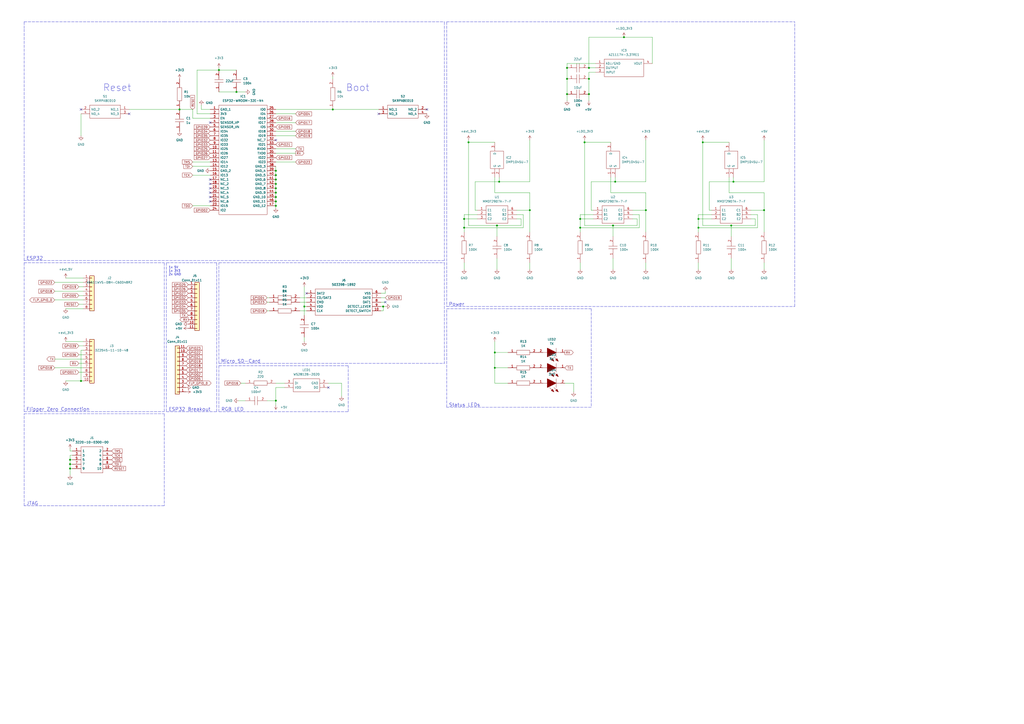
<source format=kicad_sch>
(kicad_sch (version 20211123) (generator eeschema)
  (paper "A2")
  (title_block (title "ESP") (date "2022-12-07") (rev "V0.1.0") (company "JustCallMeKoko & trisp3ar"))
  (lib_symbols
    (symbol "+3V3_1" (power) (pin_names (offset 0))
      (property "Value" "+LDO_3V3" (at 0 5.08 0))
      (symbol "+3V3_1_1_1"
        (pin power_in line (at 0 0 90) (length 0) hide (name "+LDO_3V3") (number "1"))
      )
    )
    (symbol "+3V3_2" (power) (pin_names (offset 0))
      (property "Value" "+3V3_2" (at 0 5.08 0))
      (symbol "+3V3_2_1_1"
        (pin power_in line (at 0 0 90) (length 0) hide (name "+LDO_3V3") (number "1"))
      )
    )
    (symbol "+5V_1" (power) (pin_names (offset 0))
      (property "Value" "+ext_5V" (at 0 5.08 0))
      (symbol "+5V_1_1_1"
        (pin power_in line (at 0 0 90) (length 0) hide (name "+ext_5V") (number "1"))
      )
    )
    (symbol "Connector_Generic:Conn_01x08" (pin_names (offset 1.016) hide)
      (property "Reference" "J" (at 0 10.16 0))
      (property "Value" "Conn_01x08" (at 0 -12.7 0))
      (symbol "Conn_01x08_1_1"
        (pin passive line (at -5.08 7.62 0) (length 3.81) (name "Pin_1") (number "1"))
        (pin passive line (at -5.08 5.08 0) (length 3.81) (name "Pin_2") (number "2"))
        (pin passive line (at -5.08 2.54 0) (length 3.81) (name "Pin_3") (number "3"))
        (pin passive line (at -5.08 0 0) (length 3.81) (name "Pin_4") (number "4"))
        (pin passive line (at -5.08 -2.54 0) (length 3.81) (name "Pin_5") (number "5"))
        (pin passive line (at -5.08 -5.08 0) (length 3.81) (name "Pin_6") (number "6"))
        (pin passive line (at -5.08 -7.62 0) (length 3.81) (name "Pin_7") (number "7"))
        (pin passive line (at -5.08 -10.16 0) (length 3.81) (name "Pin_8") (number "8"))
      )
    )
    (symbol "Connector_Generic:Conn_01x10" (pin_names (offset 1.016) hide)
      (property "Reference" "J" (at 0 12.7 0))
      (property "Value" "Conn_01x10" (at 0 -15.24 0))
      (symbol "Conn_01x10_1_1"
        (pin passive line (at -5.08 10.16 0) (length 3.81) (name "Pin_1") (number "1"))
        (pin passive line (at -5.08 -12.7 0) (length 3.81) (name "Pin_10") (number "10"))
        (pin passive line (at -5.08 7.62 0) (length 3.81) (name "Pin_2") (number "2"))
        (pin passive line (at -5.08 5.08 0) (length 3.81) (name "Pin_3") (number "3"))
        (pin passive line (at -5.08 2.54 0) (length 3.81) (name "Pin_4") (number "4"))
        (pin passive line (at -5.08 0 0) (length 3.81) (name "Pin_5") (number "5"))
        (pin passive line (at -5.08 -2.54 0) (length 3.81) (name "Pin_6") (number "6"))
        (pin passive line (at -5.08 -5.08 0) (length 3.81) (name "Pin_7") (number "7"))
        (pin passive line (at -5.08 -7.62 0) (length 3.81) (name "Pin_8") (number "8"))
        (pin passive line (at -5.08 -10.16 0) (length 3.81) (name "Pin_9") (number "9"))
      )
    )
    (symbol "Connector_Generic:Conn_01x11" (pin_names (offset 1.016) hide)
      (property "Reference" "J" (at 0 15.24 0))
      (property "Value" "Conn_01x11" (at 0 -15.24 0))
      (symbol "Conn_01x11_1_1"
        (pin passive line (at -5.08 12.7 0) (length 3.81) (name "Pin_1") (number "1"))
        (pin passive line (at -5.08 -10.16 0) (length 3.81) (name "Pin_10") (number "10"))
        (pin passive line (at -5.08 -12.7 0) (length 3.81) (name "Pin_11") (number "11"))
        (pin passive line (at -5.08 10.16 0) (length 3.81) (name "Pin_2") (number "2"))
        (pin passive line (at -5.08 7.62 0) (length 3.81) (name "Pin_3") (number "3"))
        (pin passive line (at -5.08 5.08 0) (length 3.81) (name "Pin_4") (number "4"))
        (pin passive line (at -5.08 2.54 0) (length 3.81) (name "Pin_5") (number "5"))
        (pin passive line (at -5.08 0 0) (length 3.81) (name "Pin_6") (number "6"))
        (pin passive line (at -5.08 -2.54 0) (length 3.81) (name "Pin_7") (number "7"))
        (pin passive line (at -5.08 -5.08 0) (length 3.81) (name "Pin_8") (number "8"))
        (pin passive line (at -5.08 -7.62 0) (length 3.81) (name "Pin_9") (number "9"))
      )
    )
    (symbol "SamacSys_Parts:19-217_R6C-AL1M2VY_3T" (pin_names (offset 0.762))
      (property "Reference" "LED" (at 12.7 8.89 0))
      (property "Value" "19-217_R6C-AL1M2VY_3T" (at 12.7 6.35 0))
      (symbol "19-217_R6C-AL1M2VY_3T_0_0"
        (pin passive line (at 15.24 0 180) (length 2.54) (name "~") (number "1"))
        (pin passive line (at 0 0 0) (length 2.54) (name "~") (number "2"))
      )
    )
    (symbol "SamacSys_Parts:19-217_Y5C-AP1Q2_3T" (pin_names (offset 0.762))
      (property "Reference" "LED" (at 12.7 8.89 0))
      (property "Value" "19-217_Y5C-AP1Q2_3T" (at 12.7 6.35 0))
      (symbol "19-217_Y5C-AP1Q2_3T_0_0"
        (pin passive line (at 0 0 0) (length 2.54) (name "~") (number "1"))
        (pin passive line (at 15.24 0 180) (length 2.54) (name "~") (number "2"))
      )
    )
    (symbol "SamacSys_Parts:3220-10-0300-00" (pin_names (offset 0.762))
      (property "Reference" "J" (at 19.05 7.62 0))
      (property "Value" "3220-10-0300-00" (at 19.05 5.08 0))
      (symbol "3220-10-0300-00_0_0"
        (pin passive line (at 0 0 0) (length 5.08) (name "1") (number "1"))
        (pin passive line (at 22.86 -10.16 180) (length 5.08) (name "10") (number "10"))
        (pin passive line (at 22.86 0 180) (length 5.08) (name "2") (number "2"))
        (pin passive line (at 0 -2.54 0) (length 5.08) (name "3") (number "3"))
        (pin passive line (at 22.86 -2.54 180) (length 5.08) (name "4") (number "4"))
        (pin passive line (at 0 -5.08 0) (length 5.08) (name "5") (number "5"))
        (pin passive line (at 22.86 -5.08 180) (length 5.08) (name "6") (number "6"))
        (pin passive line (at 0 -7.62 0) (length 5.08) (name "7") (number "7"))
        (pin passive line (at 22.86 -7.62 180) (length 5.08) (name "8") (number "8"))
        (pin passive line (at 0 -10.16 0) (length 5.08) (name "9") (number "9"))
      )
    )
    (symbol "SamacSys_Parts:503398-1892" (pin_names (offset 0.762))
      (property "Reference" "J" (at 39.37 7.62 0))
      (property "Value" "503398-1892" (at 39.37 5.08 0))
      (symbol "503398-1892_0_0"
        (pin passive line (at 0 0 0) (length 5.08) (name "DAT2") (number "1"))
        (pin passive line (at 43.18 -10.16 180) (length 5.08) (name "DETECT_SWITCH") (number "10"))
        (pin passive line (at 0 -2.54 0) (length 5.08) (name "CD/DAT3") (number "2"))
        (pin passive line (at 0 -5.08 0) (length 5.08) (name "CMD") (number "3"))
        (pin passive line (at 0 -7.62 0) (length 5.08) (name "VDD") (number "4"))
        (pin passive line (at 0 -10.16 0) (length 5.08) (name "CLK") (number "5"))
        (pin passive line (at 43.18 0 180) (length 5.08) (name "VSS") (number "6"))
        (pin passive line (at 43.18 -2.54 180) (length 5.08) (name "DAT0") (number "7"))
        (pin passive line (at 43.18 -5.08 180) (length 5.08) (name "DAT1") (number "8"))
        (pin passive line (at 43.18 -7.62 180) (length 5.08) (name "DETECT_LEVER") (number "9"))
      )
    )
    (symbol "SamacSys_Parts:AZ1117H-3.3TRE1" (pin_names (offset 0.762))
      (property "Reference" "IC" (at 29.21 7.62 0))
      (property "Value" "AZ1117H-3.3TRE1" (at 29.21 5.08 0))
      (symbol "AZ1117H-3.3TRE1_0_0"
        (pin passive line (at 0 0 0) (length 5.08) (name "ADJ/GND") (number "1"))
        (pin passive line (at 0 -2.54 0) (length 5.08) (name "OUTPUT") (number "2"))
        (pin passive line (at 0 -5.08 0) (length 5.08) (name "INPUT") (number "3"))
        (pin passive line (at 33.02 0 180) (length 5.08) (name "VOUT") (number "4"))
      )
    )
    (symbol "SamacSys_Parts:CC0402KRX7R7BB104" (pin_names (offset 0.762))
      (property "Reference" "C" (at 8.89 6.35 0))
      (property "Value" "CC0402KRX7R7BB104" (at 8.89 3.81 0))
      (symbol "CC0402KRX7R7BB104_0_0"
        (pin passive line (at 0 0 0) (length 5.08) (name "~") (number "1"))
        (pin passive line (at 12.7 0 180) (length 5.08) (name "~") (number "2"))
      )
    )
    (symbol "SamacSys_Parts:CL05A105KA5NQNC" (pin_names (offset 0.762))
      (property "Reference" "C" (at 8.89 6.35 0))
      (property "Value" "CL05A105KA5NQNC" (at 8.89 3.81 0))
      (symbol "CL05A105KA5NQNC_0_0"
        (pin passive line (at 0 0 0) (length 5.08) (name "~") (number "1"))
        (pin passive line (at 12.7 0 180) (length 5.08) (name "~") (number "2"))
      )
    )
    (symbol "SamacSys_Parts:CL05A106MQ5NUNC" (pin_names (offset 0.762))
      (property "Reference" "C" (at 8.89 6.35 0))
      (property "Value" "CL05A106MQ5NUNC" (at 8.89 3.81 0))
      (symbol "CL05A106MQ5NUNC_0_0"
        (pin passive line (at 0 0 0) (length 5.08) (name "~") (number "1"))
        (pin passive line (at 12.7 0 180) (length 5.08) (name "~") (number "2"))
      )
    )
    (symbol "SamacSys_Parts:CL05B104KO5NNNC" (pin_names (offset 0.762))
      (property "Reference" "C" (at 8.89 6.35 0))
      (property "Value" "CL05B104KO5NNNC" (at 8.89 3.81 0))
      (symbol "CL05B104KO5NNNC_0_0"
        (pin passive line (at 0 0 0) (length 5.08) (name "~") (number "1"))
        (pin passive line (at 12.7 0 180) (length 5.08) (name "~") (number "2"))
      )
    )
    (symbol "SamacSys_Parts:CM05X5R226M06AH080" (pin_names (offset 0.762))
      (property "Reference" "C" (at 8.89 6.35 0))
      (property "Value" "CM05X5R226M06AH080" (at 8.89 3.81 0))
      (symbol "CM05X5R226M06AH080_0_0"
        (pin passive line (at 0 0 0) (length 5.08) (name "~") (number "1"))
        (pin passive line (at 12.7 0 180) (length 5.08) (name "~") (number "2"))
      )
    )
    (symbol "SamacSys_Parts:DMP1045U-7" (pin_names (offset 0.762))
      (property "Reference" "IC" (at 16.51 7.62 0))
      (property "Value" "DMP1045U-7" (at 16.51 5.08 0))
      (symbol "DMP1045U-7_0_0"
        (pin passive line (at 0 0 0) (length 5.08) (name "G") (number "1"))
        (pin passive line (at 0 -2.54 0) (length 5.08) (name "S") (number "2"))
        (pin passive line (at 20.32 0 180) (length 5.08) (name "D") (number "3"))
      )
    )
    (symbol "SamacSys_Parts:ESP32-WROOM-32E-N4" (pin_names (offset 0.762))
      (property "Reference" "IC" (at 34.29 7.62 0))
      (property "Value" "ESP32-WROOM-32E-N4" (at 34.29 5.08 0))
      (symbol "ESP32-WROOM-32E-N4_0_0"
        (pin passive line (at 0 0 0) (length 5.08) (name "GND_1") (number "1"))
        (pin passive line (at 0 -22.86 0) (length 5.08) (name "IO25") (number "10"))
        (pin passive line (at 0 -25.4 0) (length 5.08) (name "IO26") (number "11"))
        (pin passive line (at 0 -27.94 0) (length 5.08) (name "IO27") (number "12"))
        (pin passive line (at 0 -30.48 0) (length 5.08) (name "IO14") (number "13"))
        (pin passive line (at 0 -33.02 0) (length 5.08) (name "IO12") (number "14"))
        (pin passive line (at 0 -35.56 0) (length 5.08) (name "GND_2") (number "15"))
        (pin passive line (at 0 -38.1 0) (length 5.08) (name "IO13") (number "16"))
        (pin passive line (at 0 -40.64 0) (length 5.08) (name "NC_1") (number "17"))
        (pin passive line (at 0 -43.18 0) (length 5.08) (name "NC_2") (number "18"))
        (pin passive line (at 0 -45.72 0) (length 5.08) (name "NC_3") (number "19"))
        (pin passive line (at 0 -2.54 0) (length 5.08) (name "3V3") (number "2"))
        (pin passive line (at 0 -48.26 0) (length 5.08) (name "NC_4") (number "20"))
        (pin passive line (at 0 -50.8 0) (length 5.08) (name "NC_5") (number "21"))
        (pin passive line (at 0 -53.34 0) (length 5.08) (name "NC_6") (number "22"))
        (pin passive line (at 0 -55.88 0) (length 5.08) (name "IO15") (number "23"))
        (pin passive line (at 0 -58.42 0) (length 5.08) (name "IO2") (number "24"))
        (pin passive line (at 38.1 0 180) (length 5.08) (name "IO0") (number "25"))
        (pin passive line (at 38.1 -2.54 180) (length 5.08) (name "IO4") (number "26"))
        (pin passive line (at 38.1 -5.08 180) (length 5.08) (name "IO16") (number "27"))
        (pin passive line (at 38.1 -7.62 180) (length 5.08) (name "IO17") (number "28"))
        (pin passive line (at 38.1 -10.16 180) (length 5.08) (name "IO5") (number "29"))
        (pin passive line (at 0 -5.08 0) (length 5.08) (name "EN") (number "3"))
        (pin passive line (at 38.1 -12.7 180) (length 5.08) (name "IO18") (number "30"))
        (pin passive line (at 38.1 -15.24 180) (length 5.08) (name "IO19") (number "31"))
        (pin passive line (at 38.1 -17.78 180) (length 5.08) (name "NC_7") (number "32"))
        (pin passive line (at 38.1 -20.32 180) (length 5.08) (name "IO21") (number "33"))
        (pin passive line (at 38.1 -22.86 180) (length 5.08) (name "RXD0") (number "34"))
        (pin passive line (at 38.1 -25.4 180) (length 5.08) (name "TXD0") (number "35"))
        (pin passive line (at 38.1 -27.94 180) (length 5.08) (name "IO22") (number "36"))
        (pin passive line (at 38.1 -30.48 180) (length 5.08) (name "IO23") (number "37"))
        (pin passive line (at 38.1 -33.02 180) (length 5.08) (name "GND_3") (number "38"))
        (pin passive line (at 38.1 -35.56 180) (length 5.08) (name "GND_4") (number "39"))
        (pin passive line (at 0 -7.62 0) (length 5.08) (name "SENSOR_VP") (number "4"))
        (pin passive line (at 38.1 -38.1 180) (length 5.08) (name "GND_5") (number "40"))
        (pin passive line (at 38.1 -40.64 180) (length 5.08) (name "GND_6") (number "41"))
        (pin passive line (at 38.1 -43.18 180) (length 5.08) (name "GND_7") (number "42"))
        (pin passive line (at 38.1 -45.72 180) (length 5.08) (name "GND_8") (number "43"))
        (pin passive line (at 38.1 -48.26 180) (length 5.08) (name "GND_9") (number "44"))
        (pin passive line (at 38.1 -50.8 180) (length 5.08) (name "GND_10") (number "45"))
        (pin passive line (at 38.1 -53.34 180) (length 5.08) (name "GND_11") (number "46"))
        (pin passive line (at 38.1 -55.88 180) (length 5.08) (name "GND_12") (number "47"))
        (pin passive line (at 0 -10.16 0) (length 5.08) (name "SENSOR_VN") (number "5"))
        (pin passive line (at 0 -12.7 0) (length 5.08) (name "IO34") (number "6"))
        (pin passive line (at 0 -15.24 0) (length 5.08) (name "IO35") (number "7"))
        (pin passive line (at 0 -17.78 0) (length 5.08) (name "IO32") (number "8"))
        (pin passive line (at 0 -20.32 0) (length 5.08) (name "IO33") (number "9"))
      )
    )
    (symbol "SamacSys_Parts:MMDT2907A-7-F" (pin_names (offset 0.762))
      (property "Reference" "U" (at 19.05 7.62 0))
      (property "Value" "MMDT2907A-7-F" (at 19.05 5.08 0))
      (symbol "MMDT2907A-7-F_0_0"
        (pin passive line (at 0 0 0) (length 5.08) (name "E1") (number "1"))
        (pin passive line (at 0 -2.54 0) (length 5.08) (name "B1") (number "2"))
        (pin passive line (at 0 -5.08 0) (length 5.08) (name "C2") (number "3"))
        (pin passive line (at 22.86 -5.08 180) (length 5.08) (name "E2") (number "4"))
        (pin passive line (at 22.86 -2.54 180) (length 5.08) (name "B2") (number "5"))
        (pin passive line (at 22.86 0 180) (length 5.08) (name "C1") (number "6"))
      )
    )
    (symbol "SamacSys_Parts:RC0402FR-07100KL" (pin_names (offset 0.762))
      (property "Reference" "R" (at 13.97 6.35 0))
      (property "Value" "RC0402FR-07100KL" (at 13.97 3.81 0))
      (symbol "RC0402FR-07100KL_0_0"
        (pin passive line (at 0 0 0) (length 5.08) (name "~") (number "1"))
        (pin passive line (at 17.78 0 180) (length 5.08) (name "~") (number "2"))
      )
    )
    (symbol "SamacSys_Parts:RC0402FR-0710KL" (pin_names (offset 0.762))
      (property "Reference" "R" (at 13.97 6.35 0))
      (property "Value" "RC0402FR-0710KL" (at 13.97 3.81 0))
      (symbol "RC0402FR-0710KL_0_0"
        (pin passive line (at 0 0 0) (length 5.08) (name "~") (number "1"))
        (pin passive line (at 17.78 0 180) (length 5.08) (name "~") (number "2"))
      )
    )
    (symbol "SamacSys_Parts:RC0402FR-071KL" (pin_names (offset 0.762))
      (property "Reference" "R" (at 13.97 6.35 0))
      (property "Value" "RC0402FR-071KL" (at 13.97 3.81 0))
      (symbol "RC0402FR-071KL_0_0"
        (pin passive line (at 0 0 0) (length 5.08) (name "~") (number "1"))
        (pin passive line (at 17.78 0 180) (length 5.08) (name "~") (number "2"))
      )
    )
    (symbol "SamacSys_Parts:RC0402FR-07220RL" (pin_names (offset 0.762))
      (property "Reference" "R" (at 13.97 6.35 0))
      (property "Value" "RC0402FR-07220RL" (at 13.97 3.81 0))
      (symbol "RC0402FR-07220RL_0_0"
        (pin passive line (at 0 0 0) (length 5.08) (name "~") (number "1"))
        (pin passive line (at 17.78 0 180) (length 5.08) (name "~") (number "2"))
      )
    )
    (symbol "SamacSys_Parts:SKRPABE010" (pin_names (offset 0.762))
      (property "Reference" "S" (at 24.13 7.62 0))
      (property "Value" "SKRPABE010" (at 24.13 5.08 0))
      (symbol "SKRPABE010_0_0"
        (pin passive line (at 0 0 0) (length 5.08) (name "NO_1") (number "1"))
        (pin passive line (at 27.94 0 180) (length 5.08) (name "NO_2") (number "2"))
        (pin passive line (at 0 -2.54 0) (length 5.08) (name "NO_3") (number "3"))
        (pin passive line (at 27.94 -2.54 180) (length 5.08) (name "NO_4") (number "4"))
      )
    )
    (symbol "SamacSys_Parts:WS2812B-2020" (pin_names (offset 0.762))
      (property "Reference" "LED" (at 21.59 7.62 0))
      (property "Value" "WS2812B-2020" (at 21.59 5.08 0))
      (symbol "WS2812B-2020_0_0"
        (pin passive line (at 25.4 -2.54 180) (length 5.08) (name "DO") (number "1"))
        (pin passive line (at 25.4 0 180) (length 5.08) (name "GND") (number "2"))
        (pin passive line (at 0 0 0) (length 5.08) (name "DI") (number "3"))
        (pin passive line (at 0 -2.54 0) (length 5.08) (name "VDD") (number "4"))
      )
    )
    (symbol "power:+3V3" (power) (pin_names (offset 0))
      (property "Value" "+3V3" (at 0 3.556 0))
      (symbol "+3V3_1_1"
        (pin power_in line (at 0 0 90) (length 0) hide (name "+3V3") (number "1"))
      )
    )
    (symbol "power:+5V" (power) (pin_names (offset 0))
      (property "Value" "+5V" (at 0 3.556 0))
      (symbol "+5V_1_1"
        (pin power_in line (at 0 0 90) (length 0) hide (name "+5V") (number "1"))
      )
    )
    (symbol "power:+ext_3V3" (power) (pin_names (offset 0))
      (property "Value" "+ext_3V3" (at 0 5.08 0))
      (symbol "+ext_3V3_1_1"
        (pin power_in line (at 0 0 90) (length 0) hide (name "+ext_3V3") (number "1"))
      )
    )
    (symbol "power:GND" (power) (pin_names (offset 0))
      (property "Value" "GND" (at 0 -3.81 0))
      (symbol "GND_1_1"
        (pin power_in line (at 0 0 270) (length 0) hide (name "GND") (number "1"))
      )
    )
  )
  (junction (at 307.34 121.92))
  (junction (at 405.13 127))
  (junction (at 127 40.64))
  (junction (at 160.02 111.76))
  (junction (at 405.13 132.08))
  (junction (at 160.02 104.14))
  (junction (at 160.02 106.68))
  (junction (at 443.23 121.92))
  (junction (at 341.63 45.72))
  (junction (at 269.24 127))
  (junction (at 288.29 130.81))
  (junction (at 40.64 269.24))
  (junction (at 355.6 130.81))
  (junction (at 289.56 105.41))
  (junction (at 104.14 63.5))
  (junction (at 374.65 121.92))
  (junction (at 222.25 177.8))
  (junction (at 425.45 105.41))
  (junction (at 269.24 132.08))
  (junction (at 160.02 99.06))
  (junction (at 339.09 82.55))
  (junction (at 271.78 82.55))
  (junction (at 336.55 132.08))
  (junction (at 424.18 130.81))
  (junction (at 407.67 82.55))
  (junction (at 160.02 101.6))
  (junction (at 160.02 109.22))
  (junction (at 160.02 114.3))
  (junction (at 361.95 21.59))
  (junction (at 193.04 63.5))
  (junction (at 287.02 213.36))
  (junction (at 356.87 105.41))
  (junction (at 40.64 271.78))
  (junction (at 328.93 45.72))
  (junction (at 40.64 266.7))
  (junction (at 328.93 54.61))
  (junction (at 160.02 116.84))
  (junction (at 137.16 53.34))
  (junction (at 176.53 177.8))
  (junction (at 341.63 39.37))
  (junction (at 341.63 54.61))
  (junction (at 336.55 127))
  (junction (at 328.93 39.37))
  (junction (at 46.99 220.98))
  (junction (at 160.02 119.38))
  (junction (at 287.02 204.47))
  (junction (at 160.02 232.41))
  (no_connect (at 223.52 175.26))
  (no_connect (at 190.5 224.79))
  (no_connect (at 121.92 104.14))
  (no_connect (at 121.92 106.68))
  (no_connect (at 121.92 109.22))
  (no_connect (at 121.92 114.3))
  (no_connect (at 121.92 116.84))
  (no_connect (at 121.92 111.76))
  (no_connect (at 121.92 71.12))
  (no_connect (at 160.02 81.28))
  (no_connect (at 177.8 170.18))
  (no_connect (at 219.71 66.04))
  (no_connect (at 247.65 63.5))
  (no_connect (at 46.99 63.5))
  (no_connect (at 74.93 66.04))
  (wire (pts (xy 405.13 127) (xy 412.75 127)))
  (wire (pts (xy 287.02 198.12) (xy 287.02 204.47)))
  (wire (pts (xy 41.91 264.16) (xy 40.64 264.16)))
  (wire (pts (xy 160.02 232.41) (xy 160.02 234.95)))
  (polyline (pts (xy 95.25 240.03) (xy 95.25 293.37)))
  (wire (pts (xy 160.02 99.06) (xy 160.02 101.6)))
  (wire (pts (xy 31.75 173.99) (xy 48.26 173.99)))
  (wire (pts (xy 307.34 105.41) (xy 289.56 105.41)))
  (wire (pts (xy 307.34 111.76) (xy 307.34 121.92)))
  (wire (pts (xy 121.92 66.04) (xy 114.3 66.04)))
  (wire (pts (xy 40.64 266.7) (xy 40.64 269.24)))
  (wire (pts (xy 443.23 105.41) (xy 425.45 105.41)))
  (wire (pts (xy 341.63 45.72) (xy 341.63 54.61)))
  (wire (pts (xy 289.56 105.41) (xy 289.56 102.87)))
  (polyline (pts (xy 13.97 293.37) (xy 13.97 240.03)))
  (wire (pts (xy 307.34 152.4) (xy 307.34 156.21)))
  (wire (pts (xy 160.02 111.76) (xy 160.02 109.22)))
  (wire (pts (xy 127 53.34) (xy 137.16 53.34)))
  (wire (pts (xy 220.98 172.72) (xy 223.52 172.72)))
  (wire (pts (xy 271.78 82.55) (xy 287.02 82.55)))
  (wire (pts (xy 411.48 121.92) (xy 411.48 105.41)))
  (wire (pts (xy 287.02 111.76) (xy 307.34 111.76)))
  (wire (pts (xy 407.67 130.81) (xy 407.67 82.55)))
  (wire (pts (xy 45.72 176.53) (xy 48.26 176.53)))
  (wire (pts (xy 367.03 124.46) (xy 370.84 124.46)))
  (wire (pts (xy 139.7 222.25) (xy 142.24 222.25)))
  (wire (pts (xy 160.02 114.3) (xy 160.02 111.76)))
  (wire (pts (xy 344.17 124.46) (xy 336.55 124.46)))
  (wire (pts (xy 307.34 81.28) (xy 307.34 105.41)))
  (wire (pts (xy 299.72 124.46) (xy 303.53 124.46)))
  (wire (pts (xy 328.93 45.72) (xy 328.93 54.61)))
  (wire (pts (xy 342.9 121.92) (xy 342.9 105.41)))
  (wire (pts (xy 341.63 39.37) (xy 341.63 21.59)))
  (wire (pts (xy 160.02 116.84) (xy 160.02 119.38)))
  (wire (pts (xy 339.09 130.81) (xy 339.09 82.55)))
  (wire (pts (xy 422.91 111.76) (xy 443.23 111.76)))
  (polyline (pts (xy 257.81 152.4) (xy 257.81 210.82)))
  (wire (pts (xy 336.55 132.08) (xy 336.55 134.62)))
  (polyline (pts (xy 13.97 152.4) (xy 13.97 238.76)))
  (wire (pts (xy 74.93 63.5) (xy 104.14 63.5)))
  (wire (pts (xy 355.6 130.81) (xy 355.6 137.16)))
  (wire (pts (xy 302.26 127) (xy 302.26 130.81)))
  (wire (pts (xy 45.72 210.82) (xy 48.26 210.82)))
  (wire (pts (xy 288.29 130.81) (xy 288.29 137.16)))
  (wire (pts (xy 407.67 82.55) (xy 422.91 82.55)))
  (wire (pts (xy 354.33 111.76) (xy 374.65 111.76)))
  (polyline (pts (xy 259.08 236.22) (xy 259.08 179.07)))
  (wire (pts (xy 160.02 66.04) (xy 171.45 66.04)))
  (wire (pts (xy 154.94 232.41) (xy 160.02 232.41)))
  (wire (pts (xy 176.53 198.12) (xy 176.53 195.58)))
  (wire (pts (xy 269.24 127) (xy 269.24 132.08)))
  (wire (pts (xy 374.65 111.76) (xy 374.65 121.92)))
  (wire (pts (xy 269.24 132.08) (xy 269.24 134.62)))
  (wire (pts (xy 287.02 102.87) (xy 287.02 111.76)))
  (wire (pts (xy 369.57 130.81) (xy 355.6 130.81)))
  (wire (pts (xy 287.02 204.47) (xy 287.02 213.36)))
  (polyline (pts (xy 96.52 238.76) (xy 125.73 238.76)))
  (wire (pts (xy 160.02 119.38) (xy 160.02 120.65)))
  (wire (pts (xy 407.67 81.28) (xy 407.67 82.55)))
  (wire (pts (xy 374.65 81.28) (xy 374.65 105.41)))
  (wire (pts (xy 111.76 63.5) (xy 104.14 63.5)))
  (polyline (pts (xy 127 212.09) (xy 201.93 212.09)))
  (wire (pts (xy 41.91 261.62) (xy 40.64 261.62)))
  (wire (pts (xy 121.92 68.58) (xy 111.76 68.58)))
  (polyline (pts (xy 259.08 179.07) (xy 342.9 179.07)))
  (wire (pts (xy 276.86 124.46) (xy 269.24 124.46)))
  (wire (pts (xy 160.02 88.9) (xy 171.45 88.9)))
  (wire (pts (xy 40.64 269.24) (xy 40.64 271.78)))
  (wire (pts (xy 336.55 127) (xy 344.17 127)))
  (wire (pts (xy 336.55 152.4) (xy 336.55 156.21)))
  (wire (pts (xy 339.09 82.55) (xy 354.33 82.55)))
  (wire (pts (xy 45.72 215.9) (xy 48.26 215.9)))
  (wire (pts (xy 378.46 36.83) (xy 378.46 21.59)))
  (wire (pts (xy 45.72 200.66) (xy 48.26 200.66)))
  (wire (pts (xy 160.02 224.79) (xy 160.02 232.41)))
  (wire (pts (xy 341.63 21.59) (xy 361.95 21.59)))
  (wire (pts (xy 303.53 132.08) (xy 269.24 132.08)))
  (wire (pts (xy 271.78 81.28) (xy 271.78 82.55)))
  (polyline (pts (xy 125.73 238.76) (xy 125.73 152.4)))
  (wire (pts (xy 38.1 179.07) (xy 48.26 179.07)))
  (wire (pts (xy 114.3 66.04) (xy 114.3 40.64)))
  (wire (pts (xy 412.75 121.92) (xy 411.48 121.92)))
  (polyline (pts (xy 127 210.82) (xy 127 152.4)))
  (wire (pts (xy 173.99 172.72) (xy 177.8 172.72)))
  (polyline (pts (xy 127 152.4) (xy 257.81 152.4)))
  (wire (pts (xy 438.15 127) (xy 438.15 130.81)))
  (wire (pts (xy 370.84 124.46) (xy 370.84 132.08)))
  (polyline (pts (xy 96.52 152.4) (xy 96.52 238.76)))
  (wire (pts (xy 374.65 121.92) (xy 367.03 121.92)))
  (wire (pts (xy 165.1 224.79) (xy 160.02 224.79)))
  (wire (pts (xy 114.3 40.64) (xy 127 40.64)))
  (wire (pts (xy 160.02 76.2) (xy 171.45 76.2)))
  (wire (pts (xy 111.76 101.6) (xy 121.92 101.6)))
  (wire (pts (xy 425.45 105.41) (xy 425.45 102.87)))
  (polyline (pts (xy 127 210.82) (xy 257.81 210.82)))
  (wire (pts (xy 303.53 124.46) (xy 303.53 132.08)))
  (wire (pts (xy 220.98 180.34) (xy 222.25 180.34)))
  (wire (pts (xy 220.98 175.26) (xy 223.52 175.26)))
  (wire (pts (xy 154.94 175.26) (xy 156.21 175.26)))
  (wire (pts (xy 354.33 102.87) (xy 354.33 111.76)))
  (wire (pts (xy 111.76 119.38) (xy 121.92 119.38)))
  (wire (pts (xy 190.5 222.25) (xy 198.12 222.25)))
  (wire (pts (xy 342.9 105.41) (xy 356.87 105.41)))
  (wire (pts (xy 45.72 205.74) (xy 48.26 205.74)))
  (polyline (pts (xy 127 212.09) (xy 127 238.76)))
  (wire (pts (xy 443.23 121.92) (xy 435.61 121.92)))
  (wire (pts (xy 275.59 105.41) (xy 289.56 105.41)))
  (wire (pts (xy 46.99 220.98) (xy 48.26 220.98)))
  (wire (pts (xy 111.76 96.52) (xy 121.92 96.52)))
  (wire (pts (xy 367.03 127) (xy 369.57 127)))
  (wire (pts (xy 345.44 39.37) (xy 341.63 39.37)))
  (wire (pts (xy 287.02 204.47) (xy 294.64 204.47)))
  (wire (pts (xy 160.02 104.14) (xy 160.02 106.68)))
  (wire (pts (xy 138.43 232.41) (xy 142.24 232.41)))
  (wire (pts (xy 111.76 93.98) (xy 121.92 93.98)))
  (wire (pts (xy 160.02 114.3) (xy 160.02 116.84)))
  (wire (pts (xy 411.48 105.41) (xy 425.45 105.41)))
  (wire (pts (xy 307.34 134.62) (xy 307.34 121.92)))
  (wire (pts (xy 160.02 101.6) (xy 160.02 104.14)))
  (wire (pts (xy 222.25 177.8) (xy 223.52 177.8)))
  (wire (pts (xy 223.52 170.18) (xy 223.52 168.91)))
  (wire (pts (xy 116.84 60.96) (xy 116.84 63.5)))
  (wire (pts (xy 378.46 21.59) (xy 361.95 21.59)))
  (wire (pts (xy 438.15 130.81) (xy 424.18 130.81)))
  (polyline (pts (xy 257.81 151.13) (xy 13.97 151.13)))
  (wire (pts (xy 405.13 127) (xy 405.13 132.08)))
  (wire (pts (xy 374.65 105.41) (xy 356.87 105.41)))
  (wire (pts (xy 443.23 134.62) (xy 443.23 121.92)))
  (wire (pts (xy 439.42 132.08) (xy 405.13 132.08)))
  (wire (pts (xy 127 39.37) (xy 127 40.64)))
  (wire (pts (xy 176.53 177.8) (xy 177.8 177.8)))
  (polyline (pts (xy 13.97 151.13) (xy 13.97 16.51)))
  (polyline (pts (xy 127 238.76) (xy 201.93 238.76)))
  (wire (pts (xy 160.02 106.68) (xy 160.02 109.22)))
  (wire (pts (xy 48.26 203.2) (xy 46.99 203.2)))
  (wire (pts (xy 38.1 198.12) (xy 48.26 198.12)))
  (wire (pts (xy 405.13 152.4) (xy 405.13 156.21)))
  (wire (pts (xy 40.64 264.16) (xy 40.64 266.7)))
  (polyline (pts (xy 257.81 12.7) (xy 257.81 151.13)))
  (wire (pts (xy 288.29 130.81) (xy 271.78 130.81)))
  (polyline (pts (xy 13.97 12.7) (xy 13.97 16.51)))
  (wire (pts (xy 40.64 261.62) (xy 40.64 260.35)))
  (wire (pts (xy 38.1 161.29) (xy 48.26 161.29)))
  (wire (pts (xy 405.13 124.46) (xy 405.13 127)))
  (wire (pts (xy 443.23 152.4) (xy 443.23 156.21)))
  (wire (pts (xy 160.02 63.5) (xy 193.04 63.5)))
  (wire (pts (xy 31.75 163.83) (xy 48.26 163.83)))
  (wire (pts (xy 31.75 168.91) (xy 48.26 168.91)))
  (wire (pts (xy 269.24 152.4) (xy 269.24 156.21)))
  (wire (pts (xy 176.53 166.37) (xy 176.53 177.8)))
  (wire (pts (xy 412.75 124.46) (xy 405.13 124.46)))
  (polyline (pts (xy 342.9 179.07) (xy 342.9 236.22)))
  (polyline (pts (xy 125.73 152.4) (xy 96.52 152.4)))
  (wire (pts (xy 269.24 127) (xy 276.86 127)))
  (wire (pts (xy 435.61 124.46) (xy 439.42 124.46)))
  (wire (pts (xy 374.65 152.4) (xy 374.65 156.21)))
  (wire (pts (xy 336.55 127) (xy 336.55 132.08)))
  (wire (pts (xy 38.1 220.98) (xy 46.99 220.98)))
  (wire (pts (xy 121.92 63.5) (xy 116.84 63.5)))
  (wire (pts (xy 160.02 71.12) (xy 171.45 71.12)))
  (wire (pts (xy 160.02 86.36) (xy 171.45 86.36)))
  (polyline (pts (xy 13.97 152.4) (xy 95.25 152.4)))
  (wire (pts (xy 422.91 102.87) (xy 422.91 111.76)))
  (wire (pts (xy 193.04 44.45) (xy 193.04 45.72)))
  (polyline (pts (xy 13.97 240.03) (xy 95.25 240.03)))
  (wire (pts (xy 40.64 269.24) (xy 41.91 269.24)))
  (wire (pts (xy 46.99 66.04) (xy 46.99 78.74)))
  (wire (pts (xy 424.18 149.86) (xy 424.18 156.21)))
  (wire (pts (xy 137.16 53.34) (xy 142.24 53.34)))
  (wire (pts (xy 45.72 171.45) (xy 48.26 171.45)))
  (wire (pts (xy 443.23 81.28) (xy 443.23 105.41)))
  (wire (pts (xy 302.26 130.81) (xy 288.29 130.81)))
  (wire (pts (xy 160.02 96.52) (xy 160.02 99.06)))
  (wire (pts (xy 31.75 213.36) (xy 48.26 213.36)))
  (wire (pts (xy 40.64 271.78) (xy 41.91 271.78)))
  (wire (pts (xy 332.74 222.25) (xy 332.74 227.33)))
  (wire (pts (xy 405.13 132.08) (xy 405.13 134.62)))
  (wire (pts (xy 198.12 222.25) (xy 198.12 229.87)))
  (polyline (pts (xy 259.08 177.8) (xy 461.01 177.8)))
  (polyline (pts (xy 95.25 152.4) (xy 95.25 238.76)))
  (wire (pts (xy 275.59 121.92) (xy 275.59 105.41)))
  (wire (pts (xy 220.98 177.8) (xy 222.25 177.8)))
  (wire (pts (xy 287.02 213.36) (xy 294.64 213.36)))
  (wire (pts (xy 345.44 36.83) (xy 328.93 36.83)))
  (wire (pts (xy 40.64 266.7) (xy 41.91 266.7)))
  (wire (pts (xy 173.99 180.34) (xy 177.8 180.34)))
  (wire (pts (xy 111.76 68.58) (xy 111.76 63.5)))
  (wire (pts (xy 31.75 208.28) (xy 48.26 208.28)))
  (wire (pts (xy 220.98 170.18) (xy 223.52 170.18)))
  (wire (pts (xy 287.02 213.36) (xy 287.02 222.25)))
  (polyline (pts (xy 13.97 238.76) (xy 95.25 238.76)))
  (wire (pts (xy 160.02 222.25) (xy 165.1 222.25)))
  (wire (pts (xy 173.99 175.26) (xy 177.8 175.26)))
  (polyline (pts (xy 13.97 12.7) (xy 95.25 12.7)))
  (wire (pts (xy 176.53 177.8) (xy 176.53 182.88)))
  (polyline (pts (xy 95.25 293.37) (xy 13.97 293.37)))
  (polyline (pts (xy 201.93 238.76) (xy 201.93 212.09)))
  (wire (pts (xy 328.93 36.83) (xy 328.93 39.37)))
  (polyline (pts (xy 259.08 12.7) (xy 461.01 12.7)))
  (wire (pts (xy 327.66 222.25) (xy 332.74 222.25)))
  (wire (pts (xy 355.6 130.81) (xy 339.09 130.81)))
  (wire (pts (xy 328.93 54.61) (xy 328.93 58.42)))
  (polyline (pts (xy 95.25 12.7) (xy 257.81 12.7)))
  (wire (pts (xy 439.42 124.46) (xy 439.42 132.08)))
  (wire (pts (xy 369.57 127) (xy 369.57 130.81)))
  (wire (pts (xy 424.18 130.81) (xy 407.67 130.81)))
  (wire (pts (xy 374.65 134.62) (xy 374.65 121.92)))
  (wire (pts (xy 435.61 127) (xy 438.15 127)))
  (wire (pts (xy 276.86 121.92) (xy 275.59 121.92)))
  (wire (pts (xy 271.78 130.81) (xy 271.78 82.55)))
  (wire (pts (xy 154.94 172.72) (xy 156.21 172.72)))
  (wire (pts (xy 154.94 180.34) (xy 156.21 180.34)))
  (wire (pts (xy 355.6 149.86) (xy 355.6 156.21)))
  (wire (pts (xy 288.29 149.86) (xy 288.29 156.21)))
  (polyline (pts (xy 342.9 236.22) (xy 259.08 236.22)))
  (wire (pts (xy 424.18 130.81) (xy 424.18 137.16)))
  (wire (pts (xy 356.87 105.41) (xy 356.87 102.87)))
  (wire (pts (xy 344.17 121.92) (xy 342.9 121.92)))
  (wire (pts (xy 341.63 54.61) (xy 341.63 58.42)))
  (wire (pts (xy 127 40.64) (xy 137.16 40.64)))
  (wire (pts (xy 370.84 132.08) (xy 336.55 132.08)))
  (wire (pts (xy 341.63 41.91) (xy 341.63 45.72)))
  (wire (pts (xy 339.09 81.28) (xy 339.09 82.55)))
  (wire (pts (xy 287.02 222.25) (xy 294.64 222.25)))
  (polyline (pts (xy 259.08 12.7) (xy 259.08 177.8)))
  (wire (pts (xy 222.25 177.8) (xy 222.25 180.34)))
  (wire (pts (xy 193.04 63.5) (xy 219.71 63.5)))
  (wire (pts (xy 328.93 39.37) (xy 328.93 45.72)))
  (polyline (pts (xy 461.01 177.8) (xy 461.01 12.7)))
  (wire (pts (xy 443.23 111.76) (xy 443.23 121.92)))
  (wire (pts (xy 345.44 41.91) (xy 341.63 41.91)))
  (wire (pts (xy 336.55 124.46) (xy 336.55 127)))
  (wire (pts (xy 160.02 93.98) (xy 171.45 93.98)))
  (wire (pts (xy 45.72 166.37) (xy 48.26 166.37)))
  (wire (pts (xy 299.72 127) (xy 302.26 127)))
  (wire (pts (xy 160.02 78.74) (xy 171.45 78.74)))
  (wire (pts (xy 46.99 203.2) (xy 46.99 220.98)))
  (wire (pts (xy 269.24 124.46) (xy 269.24 127)))
  (wire (pts (xy 40.64 271.78) (xy 40.64 275.59)))
  (wire (pts (xy 307.34 121.92) (xy 299.72 121.92)))
  (text "ESP32 Breakout" (at 97.79 238.76 0) (effects (font (size 2 2)) (justify left bottom)))
  (text "Status LEDs	" (at 260.35 236.22 0) (effects (font (size 2 2)) (justify left bottom)))
  (text "Boot" (at 200.66 53.34 0) (effects (font (size 4 4)) (justify left bottom)))
  (text "Micro SD-Card" (at 151.13 210.82 180) (effects (font (size 2 2)) (justify right bottom)))
  (text "1x 5V\n1x 3V3\n2x GND" (at 97.79 160.02 0) (effects (font (size 1.27 1.27)) (justify left bottom)))
  (text "Reset" (at 59.69 53.34 0) (effects (font (size 4 4)) (justify left bottom)))
  (text "Power" (at 260.35 177.8 0) (effects (font (size 2 2)) (justify left bottom)))
  (text "RGB LED\n" (at 128.27 238.76 0) (effects (font (size 2 2)) (justify left bottom)))
  (text "Flipper Zero Connection" (at 15.24 238.76 0) (effects (font (size 2 2)) (justify left bottom)))
  (text "ESP32" (at 15.24 151.13 0) (effects (font (size 2 2)) (justify left bottom)))
  (text "JTAG" (at 15.24 293.37 0) (effects (font (size 2 2)) (justify left bottom)))
  (global_label "GPIO18" (shape input) (at 171.45 76.2 0) (property "Intersheet References" "${INTERSHEET_REFS}" (effects hide)))
  (global_label "GPIO39" (shape input) (at 121.92 73.66 180) (property "Intersheet References" "${INTERSHEET_REFS}" (effects hide)))
  (global_label "GPIO04" (shape input) (at 154.94 172.72 180) (property "Intersheet References" "${INTERSHEET_REFS}" (effects hide)))
  (global_label "GPIO33" (shape input) (at 109.22 175.26 180) (property "Intersheet References" "${INTERSHEET_REFS}" (effects hide)))
  (global_label "RESET" (shape input) (at 45.72 176.53 180) (property "Intersheet References" "${INTERSHEET_REFS}" (effects hide)))
  (global_label "GPIO36" (shape input) (at 45.72 205.74 180) (property "Intersheet References" "${INTERSHEET_REFS}" (effects hide)))
  (global_label "TMS" (shape input) (at 111.76 93.98 180) (property "Intersheet References" "${INTERSHEET_REFS}" (effects hide)))
  (global_label "GPIO23" (shape input) (at 171.45 93.98 0) (property "Intersheet References" "${INTERSHEET_REFS}" (effects hide)))
  (global_label "GPIO35" (shape input) (at 109.22 180.34 180) (property "Intersheet References" "${INTERSHEET_REFS}" (effects hide)))
  (global_label "GPIO26" (shape input) (at 121.92 88.9 180) (property "Intersheet References" "${INTERSHEET_REFS}" (effects hide)))
  (global_label "GPIO26" (shape input) (at 109.22 167.64 180) (property "Intersheet References" "${INTERSHEET_REFS}" (effects hide)))
  (global_label "TMS" (shape input) (at 64.77 261.62 0) (property "Intersheet References" "${INTERSHEET_REFS}" (effects hide)))
  (global_label "TCK" (shape input) (at 111.76 101.6 180) (property "Intersheet References" "${INTERSHEET_REFS}" (effects hide)))
  (global_label "TCK" (shape input) (at 64.77 264.16 0) (property "Intersheet References" "${INTERSHEET_REFS}" (effects hide)))
  (global_label "GPIO16" (shape input) (at 160.02 68.58 0) (property "Intersheet References" "${INTERSHEET_REFS}" (effects hide)))
  (global_label "RX" (shape output) (at 109.22 185.42 180) (property "Intersheet References" "${INTERSHEET_REFS}" (effects hide)))
  (global_label "GPIO16" (shape input) (at 139.7 222.25 180) (property "Intersheet References" "${INTERSHEET_REFS}" (effects hide)))
  (global_label "GPIO35" (shape input) (at 121.92 78.74 180) (property "Intersheet References" "${INTERSHEET_REFS}" (effects hide)))
  (global_label "GPIO02" (shape input) (at 107.95 217.17 0) (property "Intersheet References" "${INTERSHEET_REFS}" (effects hide)))
  (global_label "GPIO32" (shape input) (at 121.92 81.28 180) (property "Intersheet References" "${INTERSHEET_REFS}" (effects hide)))
  (global_label "GPIO39" (shape input) (at 45.72 200.66 180) (property "Intersheet References" "${INTERSHEET_REFS}" (effects hide)))
  (global_label "GPIO19" (shape input) (at 171.45 78.74 0) (property "Intersheet References" "${INTERSHEET_REFS}" (effects hide)))
  (global_label "GPIO04" (shape input) (at 171.45 66.04 0) (property "Intersheet References" "${INTERSHEET_REFS}" (effects hide)))
  (global_label "RESET" (shape input) (at 64.77 271.78 0) (property "Intersheet References" "${INTERSHEET_REFS}" (effects hide)))
  (global_label "GPIO27" (shape input) (at 109.22 170.18 180) (property "Intersheet References" "${INTERSHEET_REFS}" (effects hide)))
  (global_label "GPIO05" (shape input) (at 45.72 171.45 180) (property "Intersheet References" "${INTERSHEET_REFS}" (effects hide)))
  (global_label "GPIO23" (shape input) (at 107.95 201.93 0) (property "Intersheet References" "${INTERSHEET_REFS}" (effects hide)))
  (global_label "GPIO22" (shape input) (at 107.95 204.47 0) (property "Intersheet References" "${INTERSHEET_REFS}" (effects hide)))
  (global_label "GPIO21" (shape input) (at 107.95 207.01 0) (property "Intersheet References" "${INTERSHEET_REFS}" (effects hide)))
  (global_label "GPIO18" (shape input) (at 107.95 212.09 0) (property "Intersheet References" "${INTERSHEET_REFS}" (effects hide)))
  (global_label "FLP_GPIO_0" (shape bidirectional) (at 31.75 173.99 180) (property "Intersheet References" "${INTERSHEET_REFS}" (effects hide)))
  (global_label "GPIO19" (shape input) (at 107.95 209.55 0) (property "Intersheet References" "${INTERSHEET_REFS}" (effects hide)))
  (global_label "GPIO19" (shape input) (at 45.72 166.37 180) (property "Intersheet References" "${INTERSHEET_REFS}" (effects hide)))
  (global_label "TX" (shape input) (at 171.45 86.36 0) (property "Intersheet References" "${INTERSHEET_REFS}" (effects hide)))
  (global_label "GPIO33" (shape input) (at 121.92 83.82 180) (property "Intersheet References" "${INTERSHEET_REFS}" (effects hide)))
  (global_label "GPIO19" (shape input) (at 223.52 172.72 0) (property "Intersheet References" "${INTERSHEET_REFS}" (effects hide)))
  (global_label "RX" (shape output) (at 171.45 88.9 0) (property "Intersheet References" "${INTERSHEET_REFS}" (effects hide)))
  (global_label "TX" (shape input) (at 109.22 182.88 180) (property "Intersheet References" "${INTERSHEET_REFS}" (effects hide)))
  (global_label "TDI" (shape input) (at 111.76 96.52 180) (property "Intersheet References" "${INTERSHEET_REFS}" (effects hide)))
  (global_label "GPIO34" (shape input) (at 109.22 177.8 180) (property "Intersheet References" "${INTERSHEET_REFS}" (effects hide)))
  (global_label "GPIO32" (shape input) (at 109.22 172.72 180) (property "Intersheet References" "${INTERSHEET_REFS}" (effects hide)))
  (global_label "GPIO18" (shape input) (at 31.75 213.36 180) (property "Intersheet References" "${INTERSHEET_REFS}" (effects hide)))
  (global_label "GPIO23" (shape input) (at 31.75 163.83 180) (property "Intersheet References" "${INTERSHEET_REFS}" (effects hide)))
  (global_label "GPIO17" (shape input) (at 171.45 71.12 0) (property "Intersheet References" "${INTERSHEET_REFS}" (effects hide)))
  (global_label "GPIO02" (shape input) (at 121.92 121.92 180) (property "Intersheet References" "${INTERSHEET_REFS}" (effects hide)))
  (global_label "GPIO22" (shape input) (at 160.02 91.44 0) (property "Intersheet References" "${INTERSHEET_REFS}" (effects hide)))
  (global_label "FLP_GPIO_0" (shape bidirectional) (at 107.95 222.25 0) (property "Intersheet References" "${INTERSHEET_REFS}" (effects hide)))
  (global_label "GPIO34" (shape input) (at 121.92 76.2 180) (property "Intersheet References" "${INTERSHEET_REFS}" (effects hide)))
  (global_label "GPIO05" (shape input) (at 107.95 219.71 0) (property "Intersheet References" "${INTERSHEET_REFS}" (effects hide)))
  (global_label "GPIO23" (shape input) (at 154.94 175.26 180) (property "Intersheet References" "${INTERSHEET_REFS}" (effects hide)))
  (global_label "TDI" (shape input) (at 64.77 269.24 0) (property "Intersheet References" "${INTERSHEET_REFS}" (effects hide)))
  (global_label "RX" (shape output) (at 327.66 204.47 0) (property "Intersheet References" "${INTERSHEET_REFS}" (effects hide)))
  (global_label "GPIO18" (shape input) (at 154.94 180.34 180) (property "Intersheet References" "${INTERSHEET_REFS}" (effects hide)))
  (global_label "TX" (shape output) (at 31.75 208.28 180) (property "Intersheet References" "${INTERSHEET_REFS}" (effects hide)))
  (global_label "GPIO18" (shape input) (at 31.75 168.91 180) (property "Intersheet References" "${INTERSHEET_REFS}" (effects hide)))
  (global_label "TX" (shape input) (at 327.66 213.36 0) (property "Intersheet References" "${INTERSHEET_REFS}" (effects hide)))
  (global_label "GPIO05" (shape input) (at 160.02 73.66 0) (property "Intersheet References" "${INTERSHEET_REFS}" (effects hide)))
  (global_label "GPIO27" (shape input) (at 121.92 91.44 180) (property "Intersheet References" "${INTERSHEET_REFS}" (effects hide)))
  (global_label "RESET" (shape input) (at 111.76 63.5 90) (property "Intersheet References" "${INTERSHEET_REFS}" (effects hide)))
  (global_label "GPIO17" (shape input) (at 107.95 214.63 0) (property "Intersheet References" "${INTERSHEET_REFS}" (effects hide)))
  (global_label "GPIO25" (shape input) (at 121.92 86.36 180) (property "Intersheet References" "${INTERSHEET_REFS}" (effects hide)))
  (global_label "TDO" (shape input) (at 111.76 119.38 180) (property "Intersheet References" "${INTERSHEET_REFS}" (effects hide)))
  (global_label "GPIO017" (shape input) (at 45.72 215.9 180) (property "Intersheet References" "${INTERSHEET_REFS}" (effects hide)))
  (global_label "GPIO21" (shape input) (at 160.02 83.82 0) (property "Intersheet References" "${INTERSHEET_REFS}" (effects hide)))
  (global_label "RX" (shape input) (at 45.72 210.82 180) (property "Intersheet References" "${INTERSHEET_REFS}" (effects hide)))
  (global_label "GPIO25" (shape input) (at 109.22 165.1 180) (property "Intersheet References" "${INTERSHEET_REFS}" (effects hide)))
  (global_label "TDO" (shape input) (at 64.77 266.7 0) (property "Intersheet References" "${INTERSHEET_REFS}" (effects hide)))
  (symbol (lib_id "power:GND") (at 107.95 224.79 90) (unit 1)
    (property "Reference" "#PWR010" (effects hide))
    (property "Value" "GND" (at 115.57 224.79 90) (effects (justify left)))
  )
  (symbol (lib_id "SamacSys_Parts:RC0402FR-071KL") (at 294.64 213.36 0) (unit 1)
    (property "Reference" "R14" (at 303.53 207.01 0))
    (property "Value" "1K" (at 303.53 209.55 0))
    (property "Footprint" "RESC1005X40N" (effects hide))
    (property "Datasheet" "https://www.yageo.com/upload/media/product/productsearch/datasheet/rchip/PYu-RC_Group_51_RoHS_L_11.pdf" (effects hide))
    (property "Description" "GENERAL PURPOSE CHIP RESISTORS" (effects hide))
    (property "Height" "0.4" (effects hide))
    (property "Manufacturer_Name" "KEMET" (effects hide))
    (property "Manufacturer_Part_Number" "RC0402FR-071KL" (effects hide))
    (property "Mouser Part Number" "603-RC0402FR-071KL" (effects hide))
    (property "Mouser Price/Stock" "https://www.mouser.co.uk/ProductDetail/YAGEO/RC0402FR-071KL?qs=V1yeUXFNrknDEmWLmm5v6g%3D%3D" (effects hide))
    (property "Arrow Part Number" "RC0402FR-071KL" (effects hide))
    (property "Arrow Price/Stock" "https://www.arrow.com/en/products/rc0402fr-071kl/yageo?region=nac" (effects hide))
  )
  (symbol (lib_id "power:+3V3") (at 193.04 44.45 0) (unit 1)
    (property "Reference" "#PWR022" (effects hide))
    (property "Value" "+3V3" (at 193.04 39.37 0))
  )
  (symbol (lib_id "power:GND") (at 307.34 156.21 0) (unit 1)
    (property "Reference" "#PWR030" (effects hide))
    (property "Value" "GND" (at 307.34 161.29 0))
  )
  (symbol (lib_id "power:GND") (at 247.65 66.04 0) (unit 1)
    (property "Reference" "#PWR026" (effects hide))
    (property "Value" "GND" (at 247.65 71.12 0))
  )
  (symbol (lib_id "power:+3V3") (at 287.02 198.12 0) (unit 1)
    (property "Reference" "#PWR042" (effects hide))
    (property "Value" "+3V3" (at 287.02 193.04 0))
  )
  (symbol (lib_name "+5V_1") (lib_id "power:+5V") (at 407.67 81.28 0) (unit 1)
    (property "Reference" "#PWR039" (effects hide))
    (property "Value" "+ext_5V" (at 407.67 76.2 0))
  )
  (symbol (lib_id "SamacSys_Parts:RC0402FR-071KL") (at 156.21 172.72 0) (unit 1)
    (property "Reference" "R3" (at 165.1 166.37 0))
    (property "Value" "1K" (at 165.1 168.91 0))
    (property "Footprint" "RESC1005X40N" (effects hide))
    (property "Datasheet" "https://www.yageo.com/upload/media/product/productsearch/datasheet/rchip/PYu-RC_Group_51_RoHS_L_11.pdf" (effects hide))
    (property "Description" "GENERAL PURPOSE CHIP RESISTORS" (effects hide))
    (property "Height" "0.4" (effects hide))
    (property "Manufacturer_Name" "KEMET" (effects hide))
    (property "Manufacturer_Part_Number" "RC0402FR-071KL" (effects hide))
    (property "Mouser Part Number" "603-RC0402FR-071KL" (effects hide))
    (property "Mouser Price/Stock" "https://www.mouser.co.uk/ProductDetail/YAGEO/RC0402FR-071KL?qs=V1yeUXFNrknDEmWLmm5v6g%3D%3D" (effects hide))
    (property "Arrow Part Number" "RC0402FR-071KL" (effects hide))
    (property "Arrow Price/Stock" "https://www.arrow.com/en/products/rc0402fr-071kl/yageo?region=nac" (effects hide))
  )
  (symbol (lib_id "SamacSys_Parts:CL05B104KO5NNNC") (at 288.29 149.86 90) (unit 1)
    (property "Reference" "C8" (at 292.1 142.2399 90) (effects (justify right)))
    (property "Value" "100n" (at 292.1 144.7799 90) (effects (justify right)))
    (property "Footprint" "CAPC1005X55N" (effects hide))
    (property "Datasheet" "https://datasheet.datasheetarchive.com/originals/distributors/Datasheets-DGA10/2408147.pdf" (effects hide))
    (property "Description" "Samsung Electro-Mechanics CL05B104KO5NNNC 100nF Multilayer Ceramic Capacitor MLCC 16V dc +/-10% Tolerance SMD" (effects hide))
    (property "Height" "0.55" (effects hide))
    (property "Manufacturer_Name" "Samsung Electro-Mechanics" (effects hide))
    (property "Manufacturer_Part_Number" "CL05B104KO5NNNC" (effects hide))
    (property "Mouser Part Number" "187-CL05B104KO5NNNC" (effects hide))
    (property "Mouser Price/Stock" "https://www.mouser.co.uk/ProductDetail/Samsung-Electro-Mechanics/CL05B104KO5NNNC?qs=hqM3L16%252BxlfT2SKOuAUq6Q%3D%3D" (effects hide))
    (property "Arrow Part Number" "CL05B104KO5NNNC" (effects hide))
    (property "Arrow Price/Stock" "https://www.arrow.com/en/products/cl05b104ko5nnnc/samsung-electro-mechanics?region=europe" (effects hide))
  )
  (symbol (lib_id "SamacSys_Parts:DMP1045U-7") (at 287.02 102.87 90) (unit 1)
    (property "Reference" "IC2" (at 293.37 91.4399 90) (effects (justify right)))
    (property "Value" "DMP1045U-7" (at 293.37 93.9799 90) (effects (justify right)))
    (property "Footprint" "SOT96P240X120-3N" (effects hide))
    (property "Datasheet" "https://datasheet.datasheetarchive.com/originals/distributors/Datasheets-DGA24/1599196.pdf" (effects hide))
    (property "Description" "P-Channel Enhancement MOSFET SOT-23 Diodes Inc DMP1045U-7 P-channel MOSFET Transistor, 5.2 A, -12 V, 3-Pin SOT23" (effects hide))
    (property "Height" "1.2" (effects hide))
    (property "Manufacturer_Name" "Diodes Inc." (effects hide))
    (property "Manufacturer_Part_Number" "DMP1045U-7" (effects hide))
    (property "Mouser Part Number" "621-DMP1045U-7" (effects hide))
    (property "Mouser Price/Stock" "https://www.mouser.co.uk/ProductDetail/Diodes-Incorporated/DMP1045U-7?qs=T%2FOtf55vL7eEKnIWhgMvTQ%3D%3D" (effects hide))
    (property "Arrow Part Number" "DMP1045U-7" (effects hide))
    (property "Arrow Price/Stock" "https://www.arrow.com/en/products/dmp1045u-7/diodes-incorporated?region=nac" (effects hide))
  )
  (symbol (lib_id "SamacSys_Parts:503398-1892") (at 177.8 170.18 0) (unit 1)
    (property "Reference" "J6" (at 199.39 162.56 0))
    (property "Value" "503398-1892" (at 199.39 165.1 0))
    (property "Footprint" "503398-1892" (effects hide))
    (property "Datasheet" "http://www.molex.com/webdocs/datasheets/pdf/en-us//5033981892_MEMORY_CARD_SOCKET.pdf" (effects hide))
    (property "Description" "MicroSD SMT Push-Push 1.28mm height MicroSD SMT Push-Push 1.28mm height" (effects hide))
    (property "Manufacturer_Name" "Molex" (effects hide))
    (property "Manufacturer_Part_Number" "503398-1892" (effects hide))
    (property "Mouser Part Number" "538-503398-1892" (effects hide))
    (property "Mouser Price/Stock" "https://www.mouser.co.uk/ProductDetail/Molex/503398-1892?qs=b0v8CoHHvSMxV%252BW12iKaSg%3D%3D" (effects hide))
  )
  (symbol (lib_id "power:GND") (at 104.14 76.2 0) (unit 1)
    (property "Reference" "#PWR09" (effects hide))
    (property "Value" "GND" (at 104.14 81.28 0))
  )
  (symbol (lib_id "power:GND") (at 176.53 198.12 0) (unit 1)
    (property "Reference" "#PWR044" (effects hide))
    (property "Value" "GND" (at 176.53 203.2 0))
  )
  (symbol (lib_id "SamacSys_Parts:RC0402FR-071KL") (at 294.64 204.47 0) (unit 1)
    (property "Reference" "R13" (at 303.53 198.12 0))
    (property "Value" "1K" (at 303.53 200.66 0))
    (property "Footprint" "RESC1005X40N" (effects hide))
    (property "Datasheet" "https://www.yageo.com/upload/media/product/productsearch/datasheet/rchip/PYu-RC_Group_51_RoHS_L_11.pdf" (effects hide))
    (property "Description" "GENERAL PURPOSE CHIP RESISTORS" (effects hide))
    (property "Height" "0.4" (effects hide))
    (property "Manufacturer_Name" "KEMET" (effects hide))
    (property "Manufacturer_Part_Number" "RC0402FR-071KL" (effects hide))
    (property "Mouser Part Number" "603-RC0402FR-071KL" (effects hide))
    (property "Mouser Price/Stock" "https://www.mouser.co.uk/ProductDetail/YAGEO/RC0402FR-071KL?qs=V1yeUXFNrknDEmWLmm5v6g%3D%3D" (effects hide))
    (property "Arrow Part Number" "RC0402FR-071KL" (effects hide))
    (property "Arrow Price/Stock" "https://www.arrow.com/en/products/rc0402fr-071kl/yageo?region=nac" (effects hide))
  )
  (symbol (lib_id "power:GND") (at 443.23 156.21 0) (unit 1)
    (property "Reference" "#PWR041" (effects hide))
    (property "Value" "GND" (at 443.23 161.29 0))
  )
  (symbol (lib_id "power:GND") (at 355.6 156.21 0) (unit 1)
    (property "Reference" "#PWR046" (effects hide))
    (property "Value" "GND" (at 355.6 161.29 0))
  )
  (symbol (lib_id "SamacSys_Parts:RC0402FR-07100KL") (at 374.65 152.4 90) (unit 1)
    (property "Reference" "R10" (at 377.19 142.2399 90) (effects (justify right)))
    (property "Value" "100K" (at 377.19 144.7799 90) (effects (justify right)))
    (property "Footprint" "RESC1005X40N" (effects hide))
    (property "Datasheet" "https://datasheet.datasheetarchive.com/originals/distributors/Datasheets_SAMA/902f9e387b938f871d31120f5fc1d65e.pdf" (effects hide))
    (property "Description" "GENERAL PURPOSE CHIP RESISTORS" (effects hide))
    (property "Height" "0.4" (effects hide))
    (property "Manufacturer_Name" "KEMET" (effects hide))
    (property "Manufacturer_Part_Number" "RC0402FR-07100KL" (effects hide))
    (property "Mouser Part Number" "603-RC0402FR-07100KL" (effects hide))
    (property "Mouser Price/Stock" "https://www.mouser.co.uk/ProductDetail/YAGEO/RC0402FR-07100KL?qs=mnq%2FyloZIXzTlUn7JAHSWg%3D%3D" (effects hide))
    (property "Arrow Part Number" "RC0402FR-07100KL" (effects hide))
    (property "Arrow Price/Stock" "https://www.arrow.com/en/products/rc0402fr-07100kl/yageo" (effects hide))
  )
  (symbol (lib_id "SamacSys_Parts:CL05A105KA5NQNC") (at 104.14 76.2 90) (unit 1)
    (property "Reference" "C1" (at 107.95 68.5799 90) (effects (justify right)))
    (property "Value" "1u" (at 107.95 71.1199 90) (effects (justify right)))
    (property "Footprint" "CAPC1005X60N" (effects hide))
    (property "Datasheet" "https://www.arrow.com/en/products/cl05a105ka5nqnc/samsung-electro-mechanics" (effects hide))
    (property "Description" "Cap Ceramic 1uF 25V X5R 10% Pad SMD 0402 85C T/R" (effects hide))
    (property "Height" "0.6" (effects hide))
    (property "Manufacturer_Name" "Samsung Electro-Mechanics" (effects hide))
    (property "Manufacturer_Part_Number" "CL05A105KA5NQNC" (effects hide))
    (property "Mouser Part Number" "187-CL05A105KA5NQNC" (effects hide))
    (property "Mouser Price/Stock" "https://www.mouser.co.uk/ProductDetail/Samsung-Electro-Mechanics/CL05A105KA5NQNC?qs=X6jEic%2FHinDIeFgZnm60Lw%3D%3D" (effects hide))
    (property "Arrow Part Number" "CL05A105KA5NQNC" (effects hide))
    (property "Arrow Price/Stock" "https://www.arrow.com/en/products/cl05a105ka5nqnc/samsung-electro-mechanics?region=europe" (effects hide))
  )
  (symbol (lib_id "SamacSys_Parts:RC0402FR-07100KL") (at 307.34 152.4 90) (unit 1)
    (property "Reference" "R8" (at 309.88 142.2399 90) (effects (justify right)))
    (property "Value" "100K" (at 309.88 144.7799 90) (effects (justify right)))
    (property "Footprint" "RESC1005X40N" (effects hide))
    (property "Datasheet" "https://datasheet.datasheetarchive.com/originals/distributors/Datasheets_SAMA/902f9e387b938f871d31120f5fc1d65e.pdf" (effects hide))
    (property "Description" "GENERAL PURPOSE CHIP RESISTORS" (effects hide))
    (property "Height" "0.4" (effects hide))
    (property "Manufacturer_Name" "KEMET" (effects hide))
    (property "Manufacturer_Part_Number" "RC0402FR-07100KL" (effects hide))
    (property "Mouser Part Number" "603-RC0402FR-07100KL" (effects hide))
    (property "Mouser Price/Stock" "https://www.mouser.co.uk/ProductDetail/YAGEO/RC0402FR-07100KL?qs=mnq%2FyloZIXzTlUn7JAHSWg%3D%3D" (effects hide))
    (property "Arrow Part Number" "RC0402FR-07100KL" (effects hide))
    (property "Arrow Price/Stock" "https://www.arrow.com/en/products/rc0402fr-07100kl/yageo" (effects hide))
  )
  (symbol (lib_id "power:+3V3") (at 40.64 260.35 0) (unit 1)
    (property "Reference" "#PWR05" (effects hide))
    (property "Value" "+3V3" (at 40.64 255.27 0))
  )
  (symbol (lib_id "Connector_Generic:Conn_01x11") (at 102.87 214.63 180) (unit 1)
    (property "Reference" "J4" (at 102.87 195.58 0))
    (property "Value" "Conn_01x11" (at 102.87 198.12 0))
    (property "Footprint" "Connector_PinHeader_2.54mm:PinHeader_1x11_P2.54mm_Vertical" (effects hide))
  )
  (symbol (lib_id "SamacSys_Parts:MMDT2907A-7-F") (at 344.17 121.92 0) (unit 1)
    (property "Reference" "U2" (at 355.6 114.3 0))
    (property "Value" "MMDT2907A-7-F" (at 355.6 116.84 0))
    (property "Footprint" "SOT65P210X110-6N" (effects hide))
    (property "Datasheet" "https://www.digikey.com/product-detail/en/diodes-incorporated/MMDT2907A-7-F/MMDT2907A-FDICT-ND/755507" (effects hide))
    (property "Description" "Diodes Inc MMDT2907A-7-F Dual PNP Bipolar Transistor, -600 mA, -60 V, 6-Pin SOT-363" (effects hide))
    (property "Height" "1.1" (effects hide))
    (property "Manufacturer_Name" "Diodes Inc." (effects hide))
    (property "Manufacturer_Part_Number" "MMDT2907A-7-F" (effects hide))
    (property "Mouser Part Number" "621-MMDT2907A-F" (effects hide))
    (property "Mouser Price/Stock" "https://www.mouser.co.uk/ProductDetail/Diodes-Incorporated/MMDT2907A-7-F?qs=r2lzopzdS3aWhNHiAefFpg%3D%3D" (effects hide))
    (property "Arrow Part Number" "MMDT2907A-7-F" (effects hide))
    (property "Arrow Price/Stock" "https://www.arrow.com/en/products/mmdt2907a-7-f/diodes-incorporated" (effects hide))
  )
  (symbol (lib_id "power:+3V3") (at 127 39.37 0) (unit 1)
    (property "Reference" "#PWR016" (effects hide))
    (property "Value" "+3V3" (at 127 33.655 0))
  )
  (symbol (lib_id "SamacSys_Parts:RC0402FR-07100KL") (at 443.23 152.4 90) (unit 1)
    (property "Reference" "R12" (at 445.77 142.2399 90) (effects (justify right)))
    (property "Value" "100K" (at 445.77 144.7799 90) (effects (justify right)))
    (property "Footprint" "RESC1005X40N" (effects hide))
    (property "Datasheet" "https://datasheet.datasheetarchive.com/originals/distributors/Datasheets_SAMA/902f9e387b938f871d31120f5fc1d65e.pdf" (effects hide))
    (property "Description" "GENERAL PURPOSE CHIP RESISTORS" (effects hide))
    (property "Height" "0.4" (effects hide))
    (property "Manufacturer_Name" "KEMET" (effects hide))
    (property "Manufacturer_Part_Number" "RC0402FR-07100KL" (effects hide))
    (property "Mouser Part Number" "603-RC0402FR-07100KL" (effects hide))
    (property "Mouser Price/Stock" "https://www.mouser.co.uk/ProductDetail/YAGEO/RC0402FR-07100KL?qs=mnq%2FyloZIXzTlUn7JAHSWg%3D%3D" (effects hide))
    (property "Arrow Part Number" "RC0402FR-07100KL" (effects hide))
    (property "Arrow Price/Stock" "https://www.arrow.com/en/products/rc0402fr-07100kl/yageo" (effects hide))
  )
  (symbol (lib_id "power:+5V") (at 341.63 58.42 180) (unit 1)
    (property "Reference" "#PWR032" (effects hide))
    (property "Value" "+5V" (at 339.09 63.5 0) (effects (justify right)))
  )
  (symbol (lib_id "SamacSys_Parts:CL05B104KO5NNNC") (at 424.18 149.86 90) (unit 1)
    (property "Reference" "C11" (at 427.99 142.2399 90) (effects (justify right)))
    (property "Value" "100n" (at 427.99 144.7799 90) (effects (justify right)))
    (property "Footprint" "CAPC1005X55N" (effects hide))
    (property "Datasheet" "https://datasheet.datasheetarchive.com/originals/distributors/Datasheets-DGA10/2408147.pdf" (effects hide))
    (property "Description" "Samsung Electro-Mechanics CL05B104KO5NNNC 100nF Multilayer Ceramic Capacitor MLCC 16V dc +/-10% Tolerance SMD" (effects hide))
    (property "Height" "0.55" (effects hide))
    (property "Manufacturer_Name" "Samsung Electro-Mechanics" (effects hide))
    (property "Manufacturer_Part_Number" "CL05B104KO5NNNC" (effects hide))
    (property "Mouser Part Number" "187-CL05B104KO5NNNC" (effects hide))
    (property "Mouser Price/Stock" "https://www.mouser.co.uk/ProductDetail/Samsung-Electro-Mechanics/CL05B104KO5NNNC?qs=hqM3L16%252BxlfT2SKOuAUq6Q%3D%3D" (effects hide))
    (property "Arrow Part Number" "CL05B104KO5NNNC" (effects hide))
    (property "Arrow Price/Stock" "https://www.arrow.com/en/products/cl05b104ko5nnnc/samsung-electro-mechanics?region=europe" (effects hide))
  )
  (symbol (lib_id "power:+3V3") (at 374.65 81.28 0) (unit 1)
    (property "Reference" "#PWR036" (effects hide))
    (property "Value" "+3V3" (at 374.65 76.2 0))
  )
  (symbol (lib_id "power:+3V3") (at 307.34 81.28 0) (unit 1)
    (property "Reference" "#PWR029" (effects hide))
    (property "Value" "+3V3" (at 307.34 76.2 0))
  )
  (symbol (lib_id "SamacSys_Parts:RC0402FR-07220RL") (at 142.24 222.25 0) (unit 1)
    (property "Reference" "R2" (at 151.13 215.9 0))
    (property "Value" "220" (at 151.13 218.44 0))
    (property "Footprint" "RESC1005X40N" (effects hide))
    (property "Datasheet" "https://datasheet.datasheetarchive.com/originals/distributors/Datasheets_SAMA/902f9e387b938f871d31120f5fc1d65e.pdf" (effects hide))
    (property "Description" "YAGEO (PHYCOMP) - RC0402FR-07220RL - RES, THICK FILM, 220R, 1%, 0.063W, 0402" (effects hide))
    (property "Height" "0.4" (effects hide))
    (property "Manufacturer_Name" "KEMET" (effects hide))
    (property "Manufacturer_Part_Number" "RC0402FR-07220RL" (effects hide))
    (property "Mouser Part Number" "603-RC0402FR-07220RL" (effects hide))
    (property "Mouser Price/Stock" "https://www.mouser.co.uk/ProductDetail/YAGEO/RC0402FR-07220RL?qs=UOUeRUa%252B8Wkw9iNOZEwgHw%3D%3D" (effects hide))
    (property "Arrow Part Number" "RC0402FR-07220RL" (effects hide))
    (property "Arrow Price/Stock" "https://www.arrow.com/en/products/rc0402fr-07220rl/yageo?region=nac" (effects hide))
  )
  (symbol (lib_id "SamacSys_Parts:DMP1045U-7") (at 354.33 102.87 90) (unit 1)
    (property "Reference" "IC4" (at 360.68 91.4399 90) (effects (justify right)))
    (property "Value" "DMP1045U-7" (at 360.68 93.9799 90) (effects (justify right)))
    (property "Footprint" "SOT96P240X120-3N" (effects hide))
    (property "Datasheet" "https://datasheet.datasheetarchive.com/originals/distributors/Datasheets-DGA24/1599196.pdf" (effects hide))
    (property "Description" "P-Channel Enhancement MOSFET SOT-23 Diodes Inc DMP1045U-7 P-channel MOSFET Transistor, 5.2 A, -12 V, 3-Pin SOT23" (effects hide))
    (property "Height" "1.2" (effects hide))
    (property "Manufacturer_Name" "Diodes Inc." (effects hide))
    (property "Manufacturer_Part_Number" "DMP1045U-7" (effects hide))
    (property "Mouser Part Number" "621-DMP1045U-7" (effects hide))
    (property "Mouser Price/Stock" "https://www.mouser.co.uk/ProductDetail/Diodes-Incorporated/DMP1045U-7?qs=T%2FOtf55vL7eEKnIWhgMvTQ%3D%3D" (effects hide))
    (property "Arrow Part Number" "DMP1045U-7" (effects hide))
    (property "Arrow Price/Stock" "https://www.arrow.com/en/products/dmp1045u-7/diodes-incorporated?region=nac" (effects hide))
  )
  (symbol (lib_id "power:+3V3") (at 107.95 227.33 270) (unit 1)
    (property "Reference" "#PWR011" (effects hide))
    (property "Value" "+3V3" (at 111.76 227.3299 90) (effects (justify left)))
  )
  (symbol (lib_id "SamacSys_Parts:WS2812B-2020") (at 165.1 222.25 0) (unit 1)
    (property "Reference" "LED1" (at 177.8 214.63 0))
    (property "Value" "WS2812B-2020" (at 177.8 217.17 0))
    (property "Footprint" "WS2812B2020" (effects hide))
    (property "Datasheet" "https://www.alldatasheet.com/datasheet-pdf/pdf/1134522/WORLDSEMI/WS2812B-2020.html" (effects hide))
    (property "Description" "LED; SMD; 2020; RGB; 2x2x0.84mm; 3.75.3V; Lens: transparent; 2kHz" (effects hide))
    (property "Height" "0.84" (effects hide))
    (property "Manufacturer_Name" "Worldsemi" (effects hide))
    (property "Manufacturer_Part_Number" "WS2812B-2020" (effects hide))
  )
  (symbol (lib_id "SamacSys_Parts:CC0402KRX7R7BB104") (at 142.24 232.41 0) (unit 1)
    (property "Reference" "C4" (at 148.59 224.79 0))
    (property "Value" "100nF" (at 148.59 227.33 0))
    (property "Footprint" "CAPC1005X55N" (effects hide))
    (property "Datasheet" "http://www.datasheets360.com/pdf/-5354154806277341459" (effects hide))
    (property "Description" "Cap 100nF 16V 0402 SMD 10% X7R Phycomp 100nF Multilayer Ceramic Capacitor (MLCC) 16 V dc +/-10% X7R dielectric Standard max op. temp. +125C" (effects hide))
    (property "Height" "0.55" (effects hide))
    (property "Manufacturer_Name" "KEMET" (effects hide))
    (property "Manufacturer_Part_Number" "CC0402KRX7R7BB104" (effects hide))
    (property "Mouser Part Number" "603-CC402KRX7R7BB104" (effects hide))
    (property "Mouser Price/Stock" "https://www.mouser.co.uk/ProductDetail/YAGEO/CC0402KRX7R7BB104?qs=AgBp2OyFlx%252BSOyhfyS7hpw%3D%3D" (effects hide))
    (property "Arrow Part Number" "CC0402KRX7R7BB104" (effects hide))
    (property "Arrow Price/Stock" "https://www.arrow.com/en/products/cc0402krx7r7bb104/yageo?region=nac" (effects hide))
  )
  (symbol (lib_id "SamacSys_Parts:ESP32-WROOM-32E-N4") (at 121.92 63.5 0) (unit 1)
    (property "Reference" "IC1" (at 140.97 55.88 0))
    (property "Value" "ESP32-WROOM-32E-N4" (at 140.97 58.42 0))
    (property "Footprint" "ESP32WROOM32EN4" (effects hide))
    (property "Datasheet" "https://www.espressif.com/sites/default/files/documentation/esp32-wroom-32e_esp32-wroom-32ue_datasheet_en.pdf" (effects hide))
    (property "Description" "RX TXRX MOD WIFI TRACE ANT SMD" (effects hide))
    (property "Height" "3.25" (effects hide))
    (property "Manufacturer_Name" "Espressif Systems" (effects hide))
    (property "Manufacturer_Part_Number" "ESP32-WROOM-32E-N4" (effects hide))
    (property "Mouser Part Number" "356-ESP32WRM32E132PH" (effects hide))
    (property "Mouser Price/Stock" "https://www.mouser.co.uk/ProductDetail/Espressif-Systems/ESP32-WROOM-32E-N4?qs=Li%252BoUPsLEnsPzTWsi%252BRMgQ%3D%3D" (effects hide))
  )
  (symbol (lib_id "power:GND") (at 424.18 156.21 0) (unit 1)
    (property "Reference" "#PWR047" (effects hide))
    (property "Value" "GND" (at 424.18 161.29 0))
  )
  (symbol (lib_id "SamacSys_Parts:RC0402FR-07100KL") (at 269.24 152.4 90) (unit 1)
    (property "Reference" "R7" (at 271.78 142.2399 90) (effects (justify right)))
    (property "Value" "100K" (at 271.78 144.7799 90) (effects (justify right)))
    (property "Footprint" "RESC1005X40N" (effects hide))
    (property "Datasheet" "https://datasheet.datasheetarchive.com/originals/distributors/Datasheets_SAMA/902f9e387b938f871d31120f5fc1d65e.pdf" (effects hide))
    (property "Description" "GENERAL PURPOSE CHIP RESISTORS" (effects hide))
    (property "Height" "0.4" (effects hide))
    (property "Manufacturer_Name" "KEMET" (effects hide))
    (property "Manufacturer_Part_Number" "RC0402FR-07100KL" (effects hide))
    (property "Mouser Part Number" "603-RC0402FR-07100KL" (effects hide))
    (property "Mouser Price/Stock" "https://www.mouser.co.uk/ProductDetail/YAGEO/RC0402FR-07100KL?qs=mnq%2FyloZIXzTlUn7JAHSWg%3D%3D" (effects hide))
    (property "Arrow Part Number" "RC0402FR-07100KL" (effects hide))
    (property "Arrow Price/Stock" "https://www.arrow.com/en/products/rc0402fr-07100kl/yageo" (effects hide))
  )
  (symbol (lib_name "+3V3_1") (lib_id "power:+3V3") (at 361.95 21.59 0) (unit 1)
    (property "Reference" "#PWR035" (effects hide))
    (property "Value" "+LDO_3V3" (at 361.95 16.51 0))
  )
  (symbol (lib_id "power:+5V") (at 109.22 190.5 90) (unit 1)
    (property "Reference" "#PWR013" (effects hide))
    (property "Value" "+5V" (at 101.6 190.5 90) (effects (justify right)))
  )
  (symbol (lib_id "SamacSys_Parts:CL05B104KO5NNNC") (at 137.16 53.34 90) (unit 1)
    (property "Reference" "C3" (at 140.97 45.7199 90) (effects (justify right)))
    (property "Value" "100n" (at 140.97 48.2599 90) (effects (justify right)))
    (property "Footprint" "CAPC1005X55N" (effects hide))
    (property "Datasheet" "https://datasheet.datasheetarchive.com/originals/distributors/Datasheets-DGA10/2408147.pdf" (effects hide))
    (property "Description" "Samsung Electro-Mechanics CL05B104KO5NNNC 100nF Multilayer Ceramic Capacitor MLCC 16V dc +/-10% Tolerance SMD" (effects hide))
    (property "Height" "0.55" (effects hide))
    (property "Manufacturer_Name" "Samsung Electro-Mechanics" (effects hide))
    (property "Manufacturer_Part_Number" "CL05B104KO5NNNC" (effects hide))
    (property "Mouser Part Number" "187-CL05B104KO5NNNC" (effects hide))
    (property "Mouser Price/Stock" "https://www.mouser.co.uk/ProductDetail/Samsung-Electro-Mechanics/CL05B104KO5NNNC?qs=hqM3L16%252BxlfT2SKOuAUq6Q%3D%3D" (effects hide))
    (property "Arrow Part Number" "CL05B104KO5NNNC" (effects hide))
    (property "Arrow Price/Stock" "https://www.arrow.com/en/products/cl05b104ko5nnnc/samsung-electro-mechanics?region=europe" (effects hide))
  )
  (symbol (lib_id "power:+5V") (at 160.02 234.95 180) (unit 1)
    (property "Reference" "#PWR019" (effects hide))
    (property "Value" "+5V" (at 162.56 236.2199 0) (effects (justify right)))
  )
  (symbol (lib_id "SamacSys_Parts:DMP1045U-7") (at 422.91 102.87 90) (unit 1)
    (property "Reference" "IC5" (at 429.26 91.4399 90) (effects (justify right)))
    (property "Value" "DMP1045U-7" (at 429.26 93.9799 90) (effects (justify right)))
    (property "Footprint" "SOT96P240X120-3N" (effects hide))
    (property "Datasheet" "https://datasheet.datasheetarchive.com/originals/distributors/Datasheets-DGA24/1599196.pdf" (effects hide))
    (property "Description" "P-Channel Enhancement MOSFET SOT-23 Diodes Inc DMP1045U-7 P-channel MOSFET Transistor, 5.2 A, -12 V, 3-Pin SOT23" (effects hide))
    (property "Height" "1.2" (effects hide))
    (property "Manufacturer_Name" "Diodes Inc." (effects hide))
    (property "Manufacturer_Part_Number" "DMP1045U-7" (effects hide))
    (property "Mouser Part Number" "621-DMP1045U-7" (effects hide))
    (property "Mouser Price/Stock" "https://www.mouser.co.uk/ProductDetail/Diodes-Incorporated/DMP1045U-7?qs=T%2FOtf55vL7eEKnIWhgMvTQ%3D%3D" (effects hide))
    (property "Arrow Part Number" "DMP1045U-7" (effects hide))
    (property "Arrow Price/Stock" "https://www.arrow.com/en/products/dmp1045u-7/diodes-incorporated?region=nac" (effects hide))
  )
  (symbol (lib_id "power:GND") (at 46.99 78.74 0) (unit 1)
    (property "Reference" "#PWR07" (effects hide))
    (property "Value" "GND" (at 46.99 83.82 0))
  )
  (symbol (lib_id "power:GND") (at 223.52 177.8 90) (unit 1)
    (property "Reference" "#PWR025" (effects hide))
    (property "Value" "GND" (at 227.33 177.7999 90) (effects (justify right)))
  )
  (symbol (lib_id "power:GND") (at 374.65 156.21 0) (unit 1)
    (property "Reference" "#PWR037" (effects hide))
    (property "Value" "GND" (at 374.65 161.29 0))
  )
  (symbol (lib_id "SamacSys_Parts:CL05B104KO5NNNC") (at 355.6 149.86 90) (unit 1)
    (property "Reference" "C10" (at 359.41 142.2399 90) (effects (justify right)))
    (property "Value" "100n" (at 359.41 144.7799 90) (effects (justify right)))
    (property "Footprint" "CAPC1005X55N" (effects hide))
    (property "Datasheet" "https://datasheet.datasheetarchive.com/originals/distributors/Datasheets-DGA10/2408147.pdf" (effects hide))
    (property "Description" "Samsung Electro-Mechanics CL05B104KO5NNNC 100nF Multilayer Ceramic Capacitor MLCC 16V dc +/-10% Tolerance SMD" (effects hide))
    (property "Height" "0.55" (effects hide))
    (property "Manufacturer_Name" "Samsung Electro-Mechanics" (effects hide))
    (property "Manufacturer_Part_Number" "CL05B104KO5NNNC" (effects hide))
    (property "Mouser Part Number" "187-CL05B104KO5NNNC" (effects hide))
    (property "Mouser Price/Stock" "https://www.mouser.co.uk/ProductDetail/Samsung-Electro-Mechanics/CL05B104KO5NNNC?qs=hqM3L16%252BxlfT2SKOuAUq6Q%3D%3D" (effects hide))
    (property "Arrow Part Number" "CL05B104KO5NNNC" (effects hide))
    (property "Arrow Price/Stock" "https://www.arrow.com/en/products/cl05b104ko5nnnc/samsung-electro-mechanics?region=europe" (effects hide))
  )
  (symbol (lib_id "power:GND") (at 288.29 156.21 0) (unit 1)
    (property "Reference" "#PWR045" (effects hide))
    (property "Value" "GND" (at 288.29 161.29 0))
  )
  (symbol (lib_id "SamacSys_Parts:MMDT2907A-7-F") (at 276.86 121.92 0) (unit 1)
    (property "Reference" "U1" (at 288.29 114.3 0))
    (property "Value" "MMDT2907A-7-F" (at 288.29 116.84 0))
    (property "Footprint" "SOT65P210X110-6N" (effects hide))
    (property "Datasheet" "https://www.digikey.com/product-detail/en/diodes-incorporated/MMDT2907A-7-F/MMDT2907A-FDICT-ND/755507" (effects hide))
    (property "Description" "Diodes Inc MMDT2907A-7-F Dual PNP Bipolar Transistor, -600 mA, -60 V, 6-Pin SOT-363" (effects hide))
    (property "Height" "1.1" (effects hide))
    (property "Manufacturer_Name" "Diodes Inc." (effects hide))
    (property "Manufacturer_Part_Number" "MMDT2907A-7-F" (effects hide))
    (property "Mouser Part Number" "621-MMDT2907A-F" (effects hide))
    (property "Mouser Price/Stock" "https://www.mouser.co.uk/ProductDetail/Diodes-Incorporated/MMDT2907A-7-F?qs=r2lzopzdS3aWhNHiAefFpg%3D%3D" (effects hide))
    (property "Arrow Part Number" "MMDT2907A-7-F" (effects hide))
    (property "Arrow Price/Stock" "https://www.arrow.com/en/products/mmdt2907a-7-f/diodes-incorporated" (effects hide))
  )
  (symbol (lib_id "SamacSys_Parts:AZ1117H-3.3TRE1") (at 345.44 36.83 0) (unit 1)
    (property "Reference" "IC3" (at 361.95 29.21 0))
    (property "Value" "AZ1117H-3.3TRE1" (at 361.95 31.75 0))
    (property "Footprint" "SOT230P700X180-4N" (effects hide))
    (property "Datasheet" "https://componentsearchengine.com/Datasheets/1/AZ1117H-3.3TRE1.pdf" (effects hide))
    (property "Description" "3.3V 1A Pos LDO Regulator SOT-223 DiodesZetex AZ1117H-3.3TRE1, LDO Voltage Regulator, 1A, 3.3 V 1%, maximum of 15 Vin, 3+Tab-Pin SOT-223" (effects hide))
    (property "Height" "1.8" (effects hide))
    (property "Manufacturer_Name" "Diodes Inc." (effects hide))
    (property "Manufacturer_Part_Number" "AZ1117H-3.3TRE1" (effects hide))
    (property "Mouser Part Number" "621-AZ1117H-3.3TRE1" (effects hide))
    (property "Mouser Price/Stock" "https://www.mouser.co.uk/ProductDetail/Diodes-Incorporated/AZ1117H-3.3TRE1?qs=FKu9oBikfSkGfSKJazTNfQ%3D%3D" (effects hide))
    (property "Arrow Part Number" "AZ1117H-3.3TRE1" (effects hide))
    (property "Arrow Price/Stock" "https://www.arrow.com/en/products/az1117h-3.3tre1/diodes-incorporated" (effects hide))
  )
  (symbol (lib_id "SamacSys_Parts:SKRPABE010") (at 219.71 63.5 0) (unit 1)
    (property "Reference" "S2" (at 233.68 55.88 0))
    (property "Value" "SKRPABE010" (at 233.68 58.42 0))
    (property "Footprint" "SKRPABE010" (effects hide))
    (property "Datasheet" "https://datasheet.lcsc.com/szlcsc/ALPS-Electric-SKRPABE010_C115360.pdf" (effects hide))
    (property "Description" "Switch Tactile N.O. SPST Button J-Bend 0.05A 16VDC 1.57N SMD Automotive T/R" (effects hide))
    (property "Height" "2.5" (effects hide))
    (property "Manufacturer_Name" "ALPS Electric" (effects hide))
    (property "Manufacturer_Part_Number" "SKRPABE010" (effects hide))
    (property "Mouser Part Number" "688-SKRPAB" (effects hide))
    (property "Mouser Price/Stock" "https://www.mouser.co.uk/ProductDetail/Alps-Alpine/SKRPABE010?qs=m0BA540hBPe1GpcSf%2FZ5Yw%3D%3D" (effects hide))
  )
  (symbol (lib_id "SamacSys_Parts:CL05B104KO5NNNC") (at 328.93 54.61 0) (unit 1)
    (property "Reference" "C9" (at 335.28 60.96 0))
    (property "Value" "100n" (at 335.28 58.42 0))
    (property "Footprint" "CAPC1005X55N" (effects hide))
    (property "Datasheet" "https://datasheet.datasheetarchive.com/originals/distributors/Datasheets-DGA10/2408147.pdf" (effects hide))
    (property "Description" "Samsung Electro-Mechanics CL05B104KO5NNNC 100nF Multilayer Ceramic Capacitor MLCC 16V dc +/-10% Tolerance SMD" (effects hide))
    (property "Height" "0.55" (effects hide))
    (property "Manufacturer_Name" "Samsung Electro-Mechanics" (effects hide))
    (property "Manufacturer_Part_Number" "CL05B104KO5NNNC" (effects hide))
    (property "Mouser Part Number" "187-CL05B104KO5NNNC" (effects hide))
    (property "Mouser Price/Stock" "https://www.mouser.co.uk/ProductDetail/Samsung-Electro-Mechanics/CL05B104KO5NNNC?qs=hqM3L16%252BxlfT2SKOuAUq6Q%3D%3D" (effects hide))
    (property "Arrow Part Number" "CL05B104KO5NNNC" (effects hide))
    (property "Arrow Price/Stock" "https://www.arrow.com/en/products/cl05b104ko5nnnc/samsung-electro-mechanics?region=europe" (effects hide))
  )
  (symbol (lib_id "SamacSys_Parts:CL05A106MQ5NUNC") (at 328.93 45.72 0) (mirror x) (unit 1)
    (property "Reference" "C6" (effects hide))
    (property "Value" "10uF" (at 335.28 50.8 0))
    (property "Footprint" "CAPC1005X70N" (effects hide))
    (property "Datasheet" "https://datasheet.datasheetarchive.com/originals/distributors/Datasheets-DGA10/2406160.pdf" (effects hide))
    (property "Description" "CAP CER 10UF 6.3V X5R 0402" (effects hide))
    (property "Height" "0.7" (effects hide))
    (property "Manufacturer_Name" "Samsung Electro-Mechanics" (effects hide))
    (property "Manufacturer_Part_Number" "CL05A106MQ5NUNC" (effects hide))
    (property "Mouser Part Number" "187-CL05A106MQ5NUNC" (effects hide))
    (property "Mouser Price/Stock" "https://www.mouser.co.uk/ProductDetail/Samsung-Electro-Mechanics/CL05A106MQ5NUNC?qs=X6jEic%2FHinDK8vVLi1zwpw%3D%3D" (effects hide))
    (property "Arrow Part Number" "CL05A106MQ5NUNC" (effects hide))
    (property "Arrow Price/Stock" "https://www.arrow.com/en/products/cl05a106mq5nunc/samsung-electro-mechanics?region=nac" (effects hide))
  )
  (symbol (lib_id "power:GND") (at 109.22 187.96 270) (unit 1)
    (property "Reference" "#PWR012" (effects hide))
    (property "Value" "GND" (at 101.6 187.96 90) (effects (justify left)))
  )
  (symbol (lib_id "power:GND") (at 121.92 99.06 270) (unit 1)
    (property "Reference" "#PWR015" (effects hide))
    (property "Value" "GND" (at 114.3 99.06 90) (effects (justify left)))
  )
  (symbol (lib_id "power:+3V3") (at 104.14 45.72 0) (unit 1)
    (property "Reference" "#PWR08" (effects hide))
    (property "Value" "+3V3" (at 104.14 40.64 0))
  )
  (symbol (lib_name "+5V_1") (lib_id "power:+5V") (at 38.1 161.29 0) (unit 1)
    (property "Reference" "#PWR0101" (effects hide))
    (property "Value" "+ext_5V" (at 38.1 156.21 0))
  )
  (symbol (lib_name "+3V3_2") (lib_id "power:+3V3") (at 339.09 81.28 0) (unit 1)
    (property "Reference" "#PWR034" (effects hide))
    (property "Value" "+LDO_3V3" (at 339.09 76.2 0))
  )
  (symbol (lib_id "power:GND") (at 198.12 229.87 0) (unit 1)
    (property "Reference" "#PWR023" (effects hide))
    (property "Value" "GND" (at 198.12 234.95 0))
  )
  (symbol (lib_id "power:+ext_3V3") (at 38.1 198.12 0) (unit 1)
    (property "Reference" "#PWR0102" (effects hide))
    (property "Value" "+ext_3V3" (at 38.1 193.04 0))
  )
  (symbol (lib_id "SamacSys_Parts:CL05B104KO5NNNC") (at 176.53 195.58 90) (unit 1)
    (property "Reference" "C7" (at 180.34 187.9599 90) (effects (justify right)))
    (property "Value" "100n" (at 180.34 190.4999 90) (effects (justify right)))
    (property "Footprint" "CAPC1005X55N" (effects hide))
    (property "Datasheet" "https://datasheet.datasheetarchive.com/originals/distributors/Datasheets-DGA10/2408147.pdf" (effects hide))
    (property "Description" "Samsung Electro-Mechanics CL05B104KO5NNNC 100nF Multilayer Ceramic Capacitor MLCC 16V dc +/-10% Tolerance SMD" (effects hide))
    (property "Height" "0.55" (effects hide))
    (property "Manufacturer_Name" "Samsung Electro-Mechanics" (effects hide))
    (property "Manufacturer_Part_Number" "CL05B104KO5NNNC" (effects hide))
    (property "Mouser Part Number" "187-CL05B104KO5NNNC" (effects hide))
    (property "Mouser Price/Stock" "https://www.mouser.co.uk/ProductDetail/Samsung-Electro-Mechanics/CL05B104KO5NNNC?qs=hqM3L16%252BxlfT2SKOuAUq6Q%3D%3D" (effects hide))
    (property "Arrow Part Number" "CL05B104KO5NNNC" (effects hide))
    (property "Arrow Price/Stock" "https://www.arrow.com/en/products/cl05b104ko5nnnc/samsung-electro-mechanics?region=europe" (effects hide))
  )
  (symbol (lib_id "power:GND") (at 336.55 156.21 0) (unit 1)
    (property "Reference" "#PWR033" (effects hide))
    (property "Value" "GND" (at 336.55 161.29 0))
  )
  (symbol (lib_id "SamacSys_Parts:RC0402FR-0710KL") (at 104.14 63.5 90) (unit 1)
    (property "Reference" "R1" (at 106.68 53.3399 90) (effects (justify right)))
    (property "Value" "10k" (at 106.68 55.8799 90) (effects (justify right)))
    (property "Footprint" "RESC1005X40N" (effects hide))
    (property "Datasheet" "https://datasheet.datasheetarchive.com/originals/distributors/Datasheets_SAMA/902f9e387b938f871d31120f5fc1d65e.pdf" (effects hide))
    (property "Description" "YAGEO (PHYCOMP) - RC0402FR-0710KL. - RES, THICK FILM, 10K, 1%, 0.0625W, 0402" (effects hide))
    (property "Height" "0.4" (effects hide))
    (property "Manufacturer_Name" "KEMET" (effects hide))
    (property "Manufacturer_Part_Number" "RC0402FR-0710KL" (effects hide))
    (property "Mouser Part Number" "603-RC0402FR-0710KL" (effects hide))
    (property "Mouser Price/Stock" "https://www.mouser.co.uk/ProductDetail/YAGEO/RC0402FR-0710KL?qs=I1mnnYJTTsxUoNwrUsQExA%3D%3D" (effects hide))
    (property "Arrow Part Number" "RC0402FR-0710KL" (effects hide))
    (property "Arrow Price/Stock" "https://www.arrow.com/en/products/rc0402fr-0710kl/yageo?region=europe" (effects hide))
  )
  (symbol (lib_id "SamacSys_Parts:19-217_R6C-AL1M2VY_3T") (at 327.66 222.25 180) (unit 1)
    (property "Reference" "LED4" (at 320.04 214.63 0))
    (property "Value" "3V3" (at 320.04 217.17 0))
    (property "Footprint" "19217R6CAL1M2VY3T" (effects hide))
    (property "Datasheet" "https://everlighteurope.com/single-color-top-view/3044/east16084ra1.html" (effects hide))
    (property "Description" "LED Uni-Color Brilliant Red 632nm T/R" (effects hide))
    (property "Height" "0.5" (effects hide))
    (property "Manufacturer_Name" "Everlight" (effects hide))
    (property "Manufacturer_Part_Number" "19-217/R6C-AL1M2VY/3T" (effects hide))
    (property "Arrow Part Number" "19-217/R6C-AL1M2VY/3T" (effects hide))
    (property "Arrow Price/Stock" "https://www.arrow.com/en/products/19-217r6c-al1m2vy3t/everlight-electronics?region=nac" (effects hide))
  )
  (symbol (lib_id "power:GND") (at 332.74 227.33 0) (unit 1)
    (property "Reference" "#PWR043" (effects hide))
    (property "Value" "GND" (at 332.74 232.41 0))
  )
  (symbol (lib_id "SamacSys_Parts:CM05X5R226M06AH080") (at 127 53.34 90) (unit 1)
    (property "Reference" "C2" (effects hide))
    (property "Value" "22uF" (at 130.81 46.9899 90) (effects (justify right)))
    (property "Footprint" "CAPC1005X80N" (effects hide))
    (property "Datasheet" "https://www.mouser.in/datasheet/2/40/Kyocera_CM__STD__series2_052920-2585758.pdf" (effects hide))
    (property "Description" "Multilayer Ceramic Capacitors MLCC - SMD/SMT 22UF    6.3V   20%        0402" (effects hide))
    (property "Height" "0.8" (effects hide))
    (property "Manufacturer_Name" "Kyocera AVX" (effects hide))
    (property "Manufacturer_Part_Number" "CM05X5R226M06AH080" (effects hide))
    (property "Mouser Part Number" "346-CM05X5R226M6AH80" (effects hide))
    (property "Mouser Price/Stock" "https://www.mouser.co.uk/ProductDetail/Kyocera-AVX/CM05X5R226M06AH080?qs=7MVldsJ5Uaw%2FGnmk7U90nQ%3D%3D" (effects hide))
  )
  (symbol (lib_id "SamacSys_Parts:RC0402FR-071KL") (at 294.64 222.25 0) (unit 1)
    (property "Reference" "R15" (at 303.53 215.9 0))
    (property "Value" "1K" (at 303.53 218.44 0))
    (property "Footprint" "RESC1005X40N" (effects hide))
    (property "Datasheet" "https://www.yageo.com/upload/media/product/productsearch/datasheet/rchip/PYu-RC_Group_51_RoHS_L_11.pdf" (effects hide))
    (property "Description" "GENERAL PURPOSE CHIP RESISTORS" (effects hide))
    (property "Height" "0.4" (effects hide))
    (property "Manufacturer_Name" "KEMET" (effects hide))
    (property "Manufacturer_Part_Number" "RC0402FR-071KL" (effects hide))
    (property "Mouser Part Number" "603-RC0402FR-071KL" (effects hide))
    (property "Mouser Price/Stock" "https://www.mouser.co.uk/ProductDetail/YAGEO/RC0402FR-071KL?qs=V1yeUXFNrknDEmWLmm5v6g%3D%3D" (effects hide))
    (property "Arrow Part Number" "RC0402FR-071KL" (effects hide))
    (property "Arrow Price/Stock" "https://www.arrow.com/en/products/rc0402fr-071kl/yageo?region=nac" (effects hide))
  )
  (symbol (lib_id "power:GND") (at 138.43 232.41 270) (unit 1)
    (property "Reference" "#PWR017" (effects hide))
    (property "Value" "GND" (at 130.81 232.41 90) (effects (justify left)))
  )
  (symbol (lib_id "SamacSys_Parts:CM05X5R226M06AH080") (at 328.93 39.37 0) (unit 1)
    (property "Reference" "C5" (effects hide))
    (property "Value" "22uF" (at 335.28 34.29 0))
    (property "Footprint" "CAPC1005X80N" (effects hide))
    (property "Datasheet" "https://www.mouser.in/datasheet/2/40/Kyocera_CM__STD__series2_052920-2585758.pdf" (effects hide))
    (property "Description" "Multilayer Ceramic Capacitors MLCC - SMD/SMT 22UF    6.3V   20%        0402" (effects hide))
    (property "Height" "0.8" (effects hide))
    (property "Manufacturer_Name" "Kyocera AVX" (effects hide))
    (property "Manufacturer_Part_Number" "CM05X5R226M06AH080" (effects hide))
    (property "Mouser Part Number" "346-CM05X5R226M6AH80" (effects hide))
    (property "Mouser Price/Stock" "https://www.mouser.co.uk/ProductDetail/Kyocera-AVX/CM05X5R226M06AH080?qs=7MVldsJ5Uaw%2FGnmk7U90nQ%3D%3D" (effects hide))
  )
  (symbol (lib_id "SamacSys_Parts:MMDT2907A-7-F") (at 412.75 121.92 0) (unit 1)
    (property "Reference" "U3" (at 424.18 114.3 0))
    (property "Value" "MMDT2907A-7-F" (at 424.18 116.84 0))
    (property "Footprint" "SOT65P210X110-6N" (effects hide))
    (property "Datasheet" "https://www.digikey.com/product-detail/en/diodes-incorporated/MMDT2907A-7-F/MMDT2907A-FDICT-ND/755507" (effects hide))
    (property "Description" "Diodes Inc MMDT2907A-7-F Dual PNP Bipolar Transistor, -600 mA, -60 V, 6-Pin SOT-363" (effects hide))
    (property "Height" "1.1" (effects hide))
    (property "Manufacturer_Name" "Diodes Inc." (effects hide))
    (property "Manufacturer_Part_Number" "MMDT2907A-7-F" (effects hide))
    (property "Mouser Part Number" "621-MMDT2907A-F" (effects hide))
    (property "Mouser Price/Stock" "https://www.mouser.co.uk/ProductDetail/Diodes-Incorporated/MMDT2907A-7-F?qs=r2lzopzdS3aWhNHiAefFpg%3D%3D" (effects hide))
    (property "Arrow Part Number" "MMDT2907A-7-F" (effects hide))
    (property "Arrow Price/Stock" "https://www.arrow.com/en/products/mmdt2907a-7-f/diodes-incorporated" (effects hide))
  )
  (symbol (lib_id "power:GND") (at 38.1 220.98 0) (unit 1)
    (property "Reference" "#PWR04" (effects hide))
    (property "Value" "GND" (at 38.1 226.06 0))
  )
  (symbol (lib_id "power:GND") (at 142.24 53.34 90) (unit 1)
    (property "Reference" "#PWR018" (effects hide))
    (property "Value" "GND" (at 147.32 53.34 0))
  )
  (symbol (lib_id "SamacSys_Parts:19-217_Y5C-AP1Q2_3T") (at 327.66 213.36 180) (unit 1)
    (property "Reference" "LED3" (at 320.04 205.74 0))
    (property "Value" "RX" (at 320.04 208.28 0))
    (property "Footprint" "LEDC1608X50N" (effects hide))
    (property "Datasheet" "https://everlighteurope.com/index.php?controller=attachment?id_attachment=5961" (effects hide))
    (property "Description" "Standard LEDs - SMD SMD LED" (effects hide))
    (property "Height" "0.5" (effects hide))
    (property "Manufacturer_Name" "Everlight" (effects hide))
    (property "Manufacturer_Part_Number" "19-217/Y5C-AP1Q2/3T" (effects hide))
    (property "Mouser Part Number" "638-19217Y5CAP1Q23T" (effects hide))
    (property "Mouser Price/Stock" "https://www.mouser.co.uk/ProductDetail/Everlight/19-217-Y5C-AP1Q2-3T?qs=8cKuZ6Ok2lbUsn%2FBVH2ZdQ%3D%3D" (effects hide))
  )
  (symbol (lib_id "power:GND") (at 405.13 156.21 0) (unit 1)
    (property "Reference" "#PWR038" (effects hide))
    (property "Value" "GND" (at 405.13 161.29 0))
  )
  (symbol (lib_id "power:+5V") (at 443.23 81.28 0) (unit 1)
    (property "Reference" "#PWR040" (effects hide))
    (property "Value" "+5V" (at 443.23 76.2 0))
  )
  (symbol (lib_id "Connector_Generic:Conn_01x08") (at 53.34 168.91 0) (unit 1)
    (property "Reference" "J2" (at 63.5 161.29 0))
    (property "Value" "X6511WVS-08H-C60D48R2" (at 63.5 163.83 0))
    (property "Footprint" "HUSRSP8W66P254_2000X250X850P" (effects hide))
    (property "Description" "Gold 250V 3A Brick nogging Square Pins 2.5mm 260 6mm -40~{} 105 1 8 2.54mm Black Brass 1x8P SMD,P=2.54mm() Pin Headers ROHS" (effects hide))
    (property "Manufacturer_Name" "XKB Connectivity" (effects hide))
    (property "Manufacturer_Part_Number" "X6511WVS-08H-C60D48R2" (effects hide))
  )
  (symbol (lib_id "power:GND") (at 328.93 58.42 0) (unit 1)
    (property "Reference" "#PWR031" (effects hide))
    (property "Value" "GND" (at 328.93 63.5 0))
  )
  (symbol (lib_id "power:GND") (at 40.64 275.59 0) (unit 1)
    (property "Reference" "#PWR06" (effects hide))
    (property "Value" "GND" (at 40.64 280.67 0))
  )
  (symbol (lib_id "SamacSys_Parts:RC0402FR-07100KL") (at 336.55 152.4 90) (unit 1)
    (property "Reference" "R9" (at 339.09 142.2399 90) (effects (justify right)))
    (property "Value" "100K" (at 339.09 144.7799 90) (effects (justify right)))
    (property "Footprint" "RESC1005X40N" (effects hide))
    (property "Datasheet" "https://datasheet.datasheetarchive.com/originals/distributors/Datasheets_SAMA/902f9e387b938f871d31120f5fc1d65e.pdf" (effects hide))
    (property "Description" "GENERAL PURPOSE CHIP RESISTORS" (effects hide))
    (property "Height" "0.4" (effects hide))
    (property "Manufacturer_Name" "KEMET" (effects hide))
    (property "Manufacturer_Part_Number" "RC0402FR-07100KL" (effects hide))
    (property "Mouser Part Number" "603-RC0402FR-07100KL" (effects hide))
    (property "Mouser Price/Stock" "https://www.mouser.co.uk/ProductDetail/YAGEO/RC0402FR-07100KL?qs=mnq%2FyloZIXzTlUn7JAHSWg%3D%3D" (effects hide))
    (property "Arrow Part Number" "RC0402FR-07100KL" (effects hide))
    (property "Arrow Price/Stock" "https://www.arrow.com/en/products/rc0402fr-07100kl/yageo" (effects hide))
  )
  (symbol (lib_id "power:GND") (at 223.52 168.91 180) (unit 1)
    (property "Reference" "#PWR024" (effects hide))
    (property "Value" "GND" (at 223.52 163.83 0))
  )
  (symbol (lib_id "power:+3V3") (at 176.53 166.37 0) (unit 1)
    (property "Reference" "#PWR021" (effects hide))
    (property "Value" "+3V3" (at 176.53 161.29 0))
  )
  (symbol (lib_id "SamacSys_Parts:19-217_Y5C-AP1Q2_3T") (at 327.66 204.47 180) (unit 1)
    (property "Reference" "LED2" (at 320.04 196.85 0))
    (property "Value" "TX" (at 320.04 199.39 0))
    (property "Footprint" "LEDC1608X50N" (effects hide))
    (property "Datasheet" "https://everlighteurope.com/index.php?controller=attachment?id_attachment=5961" (effects hide))
    (property "Description" "Standard LEDs - SMD SMD LED" (effects hide))
    (property "Height" "0.5" (effects hide))
    (property "Manufacturer_Name" "Everlight" (effects hide))
    (property "Manufacturer_Part_Number" "19-217/Y5C-AP1Q2/3T" (effects hide))
    (property "Mouser Part Number" "638-19217Y5CAP1Q23T" (effects hide))
    (property "Mouser Price/Stock" "https://www.mouser.co.uk/ProductDetail/Everlight/19-217-Y5C-AP1Q2-3T?qs=8cKuZ6Ok2lbUsn%2FBVH2ZdQ%3D%3D" (effects hide))
  )
  (symbol (lib_id "power:GND") (at 116.84 60.96 180) (unit 1)
    (property "Reference" "#PWR014" (effects hide))
    (property "Value" "GND" (at 119.38 59.6899 0) (effects (justify right)))
  )
  (symbol (lib_id "SamacSys_Parts:RC0402FR-071KL") (at 156.21 175.26 0) (unit 1)
    (property "Reference" "R4" (at 165.1 168.91 0))
    (property "Value" "1K" (at 165.1 171.45 0))
    (property "Footprint" "RESC1005X40N" (effects hide))
    (property "Datasheet" "https://www.yageo.com/upload/media/product/productsearch/datasheet/rchip/PYu-RC_Group_51_RoHS_L_11.pdf" (effects hide))
    (property "Description" "GENERAL PURPOSE CHIP RESISTORS" (effects hide))
    (property "Height" "0.4" (effects hide))
    (property "Manufacturer_Name" "KEMET" (effects hide))
    (property "Manufacturer_Part_Number" "RC0402FR-071KL" (effects hide))
    (property "Mouser Part Number" "603-RC0402FR-071KL" (effects hide))
    (property "Mouser Price/Stock" "https://www.mouser.co.uk/ProductDetail/YAGEO/RC0402FR-071KL?qs=V1yeUXFNrknDEmWLmm5v6g%3D%3D" (effects hide))
    (property "Arrow Part Number" "RC0402FR-071KL" (effects hide))
    (property "Arrow Price/Stock" "https://www.arrow.com/en/products/rc0402fr-071kl/yageo?region=nac" (effects hide))
  )
  (symbol (lib_id "power:+ext_3V3") (at 271.78 81.28 0) (unit 1)
    (property "Reference" "#PWR028" (effects hide))
    (property "Value" "+ext_3V3" (at 271.78 76.2 0))
  )
  (symbol (lib_id "SamacSys_Parts:3220-10-0300-00") (at 41.91 261.62 0) (unit 1)
    (property "Reference" "J1" (at 53.34 254 0))
    (property "Value" "3220-10-0300-00" (at 53.34 256.54 0))
    (property "Footprint" "322010030000" (effects hide))
    (property "Datasheet" "http://www.cnctech.us/pdfs/3220-XX-0300-00-TR_.PDF" (effects hide))
    (property "Description" "Conn Shrouded Header (4 Sides) HDR 10 POS 1.27mm Solder ST SMD" (effects hide))
    (property "Height" "5.45" (effects hide))
    (property "Manufacturer_Name" "CNC Tech" (effects hide))
    (property "Manufacturer_Part_Number" "3220-10-0300-00" (effects hide))
    (property "Arrow Part Number" "3220-10-0300-00" (effects hide))
    (property "Arrow Price/Stock" "https://www.arrow.com/en/products/3220-10-0300-00/cnc-tech-llc?region=nac" (effects hide))
  )
  (symbol (lib_id "SamacSys_Parts:RC0402FR-0710KL") (at 193.04 63.5 90) (unit 1)
    (property "Reference" "R6" (at 195.58 53.3399 90) (effects (justify right)))
    (property "Value" "10k" (at 195.58 55.8799 90) (effects (justify right)))
    (property "Footprint" "RESC1005X40N" (effects hide))
    (property "Datasheet" "https://datasheet.datasheetarchive.com/originals/distributors/Datasheets_SAMA/902f9e387b938f871d31120f5fc1d65e.pdf" (effects hide))
    (property "Description" "YAGEO (PHYCOMP) - RC0402FR-0710KL. - RES, THICK FILM, 10K, 1%, 0.0625W, 0402" (effects hide))
    (property "Height" "0.4" (effects hide))
    (property "Manufacturer_Name" "KEMET" (effects hide))
    (property "Manufacturer_Part_Number" "RC0402FR-0710KL" (effects hide))
    (property "Mouser Part Number" "603-RC0402FR-0710KL" (effects hide))
    (property "Mouser Price/Stock" "https://www.mouser.co.uk/ProductDetail/YAGEO/RC0402FR-0710KL?qs=I1mnnYJTTsxUoNwrUsQExA%3D%3D" (effects hide))
    (property "Arrow Part Number" "RC0402FR-0710KL" (effects hide))
    (property "Arrow Price/Stock" "https://www.arrow.com/en/products/rc0402fr-0710kl/yageo?region=europe" (effects hide))
  )
  (symbol (lib_id "Connector_Generic:Conn_01x11") (at 114.3 177.8 0) (unit 1)
    (property "Reference" "J5" (at 111.76 160.02 0) (effects (justify left)))
    (property "Value" "Conn_01x11" (at 105.41 162.56 0) (effects (justify left)))
    (property "Footprint" "Connector_PinHeader_2.54mm:PinHeader_1x11_P2.54mm_Vertical" (effects hide))
  )
  (symbol (lib_id "SamacSys_Parts:RC0402FR-07100KL") (at 405.13 152.4 90) (unit 1)
    (property "Reference" "R11" (at 407.67 142.2399 90) (effects (justify right)))
    (property "Value" "100K" (at 407.67 144.7799 90) (effects (justify right)))
    (property "Footprint" "RESC1005X40N" (effects hide))
    (property "Datasheet" "https://datasheet.datasheetarchive.com/originals/distributors/Datasheets_SAMA/902f9e387b938f871d31120f5fc1d65e.pdf" (effects hide))
    (property "Description" "GENERAL PURPOSE CHIP RESISTORS" (effects hide))
    (property "Height" "0.4" (effects hide))
    (property "Manufacturer_Name" "KEMET" (effects hide))
    (property "Manufacturer_Part_Number" "RC0402FR-07100KL" (effects hide))
    (property "Mouser Part Number" "603-RC0402FR-07100KL" (effects hide))
    (property "Mouser Price/Stock" "https://www.mouser.co.uk/ProductDetail/YAGEO/RC0402FR-07100KL?qs=mnq%2FyloZIXzTlUn7JAHSWg%3D%3D" (effects hide))
    (property "Arrow Part Number" "RC0402FR-07100KL" (effects hide))
    (property "Arrow Price/Stock" "https://www.arrow.com/en/products/rc0402fr-07100kl/yageo" (effects hide))
  )
  (symbol (lib_id "SamacSys_Parts:SKRPABE010") (at 74.93 63.5 0) (mirror y) (unit 1)
    (property "Reference" "S1" (at 60.96 55.88 0))
    (property "Value" "SKRPABE010" (at 60.96 58.42 0))
    (property "Footprint" "SKRPABE010" (effects hide))
    (property "Datasheet" "https://datasheet.lcsc.com/szlcsc/ALPS-Electric-SKRPABE010_C115360.pdf" (effects hide))
    (property "Description" "Switch Tactile N.O. SPST Button J-Bend 0.05A 16VDC 1.57N SMD Automotive T/R" (effects hide))
    (property "Height" "2.5" (effects hide))
    (property "Manufacturer_Name" "ALPS Electric" (effects hide))
    (property "Manufacturer_Part_Number" "SKRPABE010" (effects hide))
    (property "Mouser Part Number" "688-SKRPAB" (effects hide))
    (property "Mouser Price/Stock" "https://www.mouser.co.uk/ProductDetail/Alps-Alpine/SKRPABE010?qs=m0BA540hBPe1GpcSf%2FZ5Yw%3D%3D" (effects hide))
  )
  (symbol (lib_id "power:GND") (at 160.02 120.65 0) (unit 1)
    (property "Reference" "#PWR020" (effects hide))
    (property "Value" "GND" (at 160.02 125.73 0))
  )
  (symbol (lib_id "power:GND") (at 38.1 179.07 0) (unit 1)
    (property "Reference" "#PWR02" (effects hide))
    (property "Value" "GND" (at 38.1 184.15 0))
  )
  (symbol (lib_id "power:GND") (at 269.24 156.21 0) (unit 1)
    (property "Reference" "#PWR027" (effects hide))
    (property "Value" "GND" (at 269.24 161.29 0))
  )
  (symbol (lib_id "Connector_Generic:Conn_01x10") (at 53.34 208.28 0) (unit 1)
    (property "Reference" "J3" (at 64.77 200.66 0))
    (property "Value" "DZ254S-11-10-48" (at 64.77 203.2 0))
    (property "Footprint" "HUSRSP10W66P254_2500X250X850P" (effects hide))
    (property "Description" "Brick nogging Square Pins 1 10 2.54mm 1x10P SMD,P=2.54mm() Pin Headers ROHS" (effects hide))
    (property "Manufacturer_Name" "DEALON" (effects hide))
    (property "Manufacturer_Part_Number" "DZ254S-11-10-48" (effects hide))
  )
  (symbol (lib_id "SamacSys_Parts:RC0402FR-071KL") (at 156.21 180.34 0) (unit 1)
    (property "Reference" "R5" (at 165.1 173.99 0))
    (property "Value" "1K" (at 165.1 176.53 0))
    (property "Footprint" "RESC1005X40N" (effects hide))
    (property "Datasheet" "https://www.yageo.com/upload/media/product/productsearch/datasheet/rchip/PYu-RC_Group_51_RoHS_L_11.pdf" (effects hide))
    (property "Description" "GENERAL PURPOSE CHIP RESISTORS" (effects hide))
    (property "Height" "0.4" (effects hide))
    (property "Manufacturer_Name" "KEMET" (effects hide))
    (property "Manufacturer_Part_Number" "RC0402FR-071KL" (effects hide))
    (property "Mouser Part Number" "603-RC0402FR-071KL" (effects hide))
    (property "Mouser Price/Stock" "https://www.mouser.co.uk/ProductDetail/YAGEO/RC0402FR-071KL?qs=V1yeUXFNrknDEmWLmm5v6g%3D%3D" (effects hide))
    (property "Arrow Part Number" "RC0402FR-071KL" (effects hide))
    (property "Arrow Price/Stock" "https://www.arrow.com/en/products/rc0402fr-071kl/yageo?region=nac" (effects hide))
  )
)
</source>
